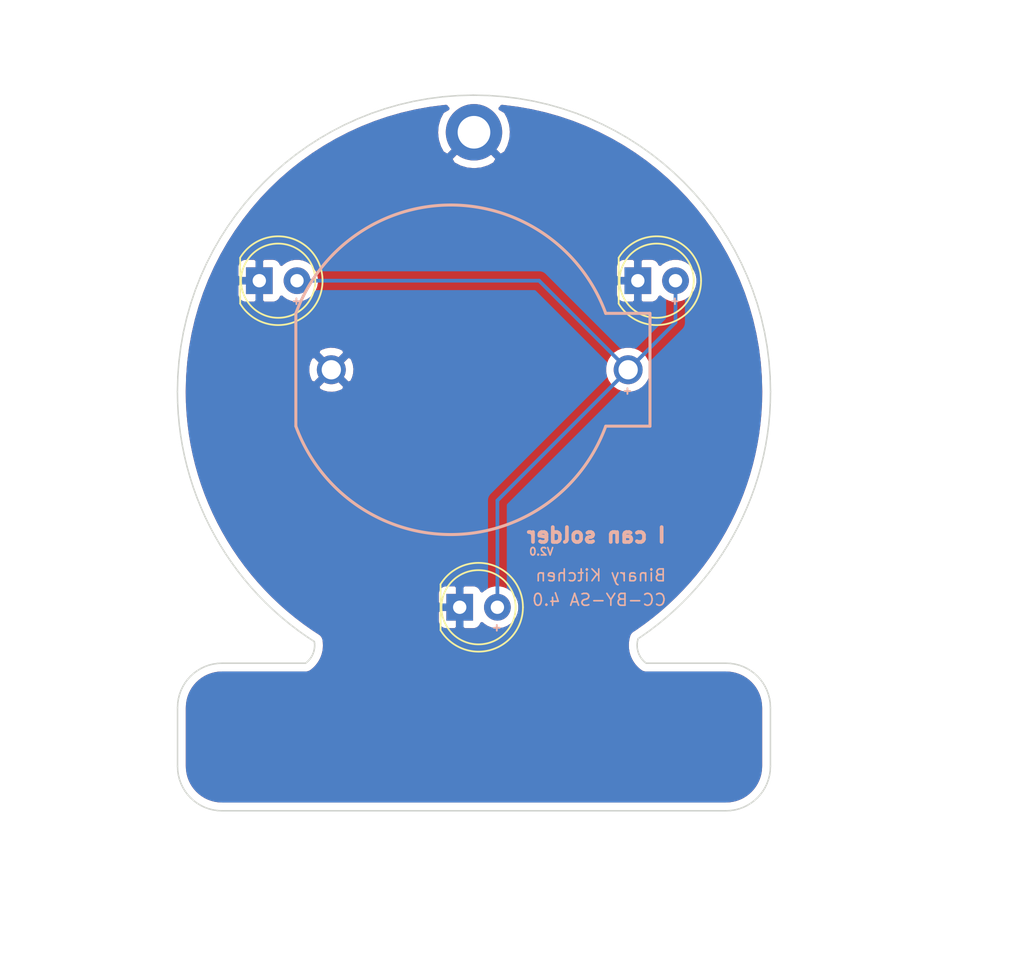
<source format=kicad_pcb>
(kicad_pcb (version 20171130) (host pcbnew 5.1.6)

  (general
    (thickness 1.6)
    (drawings 8)
    (tracks 6)
    (zones 0)
    (modules 6)
    (nets 3)
  )

  (page A4)
  (layers
    (0 F.Cu signal)
    (31 B.Cu signal)
    (32 B.Adhes user)
    (33 F.Adhes user)
    (34 B.Paste user)
    (35 F.Paste user)
    (36 B.SilkS user)
    (37 F.SilkS user)
    (38 B.Mask user)
    (39 F.Mask user)
    (40 Dwgs.User user)
    (41 Cmts.User user)
    (42 Eco1.User user)
    (43 Eco2.User user)
    (44 Edge.Cuts user)
    (45 Margin user)
    (46 B.CrtYd user)
    (47 F.CrtYd user)
    (48 B.Fab user)
    (49 F.Fab user)
  )

  (setup
    (last_trace_width 0.25)
    (trace_clearance 0.2)
    (zone_clearance 0.508)
    (zone_45_only no)
    (trace_min 0.2)
    (via_size 0.8)
    (via_drill 0.4)
    (via_min_size 0.4)
    (via_min_drill 0.3)
    (uvia_size 0.3)
    (uvia_drill 0.1)
    (uvias_allowed no)
    (uvia_min_size 0.2)
    (uvia_min_drill 0.1)
    (edge_width 0.05)
    (segment_width 0.2)
    (pcb_text_width 0.3)
    (pcb_text_size 1.5 1.5)
    (mod_edge_width 0.12)
    (mod_text_size 1 1)
    (mod_text_width 0.15)
    (pad_size 1.524 1.524)
    (pad_drill 0.762)
    (pad_to_mask_clearance 0.05)
    (aux_axis_origin 0 0)
    (visible_elements FFFFFF7F)
    (pcbplotparams
      (layerselection 0x010fc_ffffffff)
      (usegerberextensions false)
      (usegerberattributes true)
      (usegerberadvancedattributes true)
      (creategerberjobfile true)
      (excludeedgelayer true)
      (linewidth 0.100000)
      (plotframeref false)
      (viasonmask false)
      (mode 1)
      (useauxorigin false)
      (hpglpennumber 1)
      (hpglpenspeed 20)
      (hpglpendiameter 15.000000)
      (psnegative false)
      (psa4output false)
      (plotreference true)
      (plotvalue true)
      (plotinvisibletext false)
      (padsonsilk false)
      (subtractmaskfromsilk false)
      (outputformat 1)
      (mirror false)
      (drillshape 1)
      (scaleselection 1)
      (outputdirectory ""))
  )

  (net 0 "")
  (net 1 GND)
  (net 2 VCC)

  (net_class Default "This is the default net class."
    (clearance 0.2)
    (trace_width 0.25)
    (via_dia 0.8)
    (via_drill 0.4)
    (uvia_dia 0.3)
    (uvia_drill 0.1)
    (add_net GND)
    (add_net VCC)
  )

  (module MountingHole:MountingHole_2.2mm_M2_DIN965_Pad (layer F.Cu) (tedit 56D1B4CB) (tstamp 5F67FAC0)
    (at 180.962489 98)
    (descr "Mounting Hole 2.2mm, M2, DIN965")
    (tags "mounting hole 2.2mm m2 din965")
    (path /5F677973)
    (attr virtual)
    (fp_text reference H1 (at 0 -2.9) (layer F.SilkS) hide
      (effects (font (size 1 1) (thickness 0.15)))
    )
    (fp_text value MountingHole_Pad (at 0 2.9) (layer F.Fab)
      (effects (font (size 1 1) (thickness 0.15)))
    )
    (fp_circle (center 0 0) (end 2.15 0) (layer F.CrtYd) (width 0.05))
    (fp_circle (center 0 0) (end 1.9 0) (layer Cmts.User) (width 0.15))
    (fp_text user %R (at 0.3 0) (layer F.Fab)
      (effects (font (size 1 1) (thickness 0.15)))
    )
    (pad 1 thru_hole circle (at 0 0) (size 3.8 3.8) (drill 2.2) (layers *.Cu *.Mask)
      (net 1 GND))
  )

  (module Binary-Kitchen:binary_kitchen_logo_prepared (layer F.Cu) (tedit 0) (tstamp 5F67857B)
    (at 180.5 120.5)
    (attr virtual)
    (fp_text reference Ref** (at 0 0) (layer F.SilkS) hide
      (effects (font (size 1.27 1.27) (thickness 0.15)))
    )
    (fp_text value Val** (at 0 0) (layer F.SilkS) hide
      (effects (font (size 1.27 1.27) (thickness 0.15)))
    )
    (fp_line (start 0.399968 -25) (end 0.399968 -25) (layer Edge.Cuts) (width 0.1))
    (fp_line (start 0.399968 -25) (end 0.399968 -25) (layer Edge.Cuts) (width 0.1))
    (fp_line (start 0.462489 -25) (end 0.399968 -25) (layer Edge.Cuts) (width 0.1))
    (fp_line (start 1.490315 -24.974162) (end 0.462489 -25) (layer Edge.Cuts) (width 0.1))
    (fp_line (start 2.505255 -24.896647) (end 1.490315 -24.974162) (layer Edge.Cuts) (width 0.1))
    (fp_line (start 3.505114 -24.769523) (end 2.505255 -24.896647) (layer Edge.Cuts) (width 0.1))
    (fp_line (start 4.489098 -24.593823) (end 3.505114 -24.769523) (layer Edge.Cuts) (width 0.1))
    (fp_line (start 5.455355 -24.371099) (end 4.489098 -24.593823) (layer Edge.Cuts) (width 0.1))
    (fp_line (start 6.403092 -24.101865) (end 5.455355 -24.371099) (layer Edge.Cuts) (width 0.1))
    (fp_line (start 7.331778 -23.787673) (end 6.403092 -24.101865) (layer Edge.Cuts) (width 0.1))
    (fp_line (start 8.239298 -23.430073) (end 7.331778 -23.787673) (layer Edge.Cuts) (width 0.1))
    (fp_line (start 9.124063 -23.029579) (end 8.239298 -23.430073) (layer Edge.Cuts) (width 0.1))
    (fp_line (start 9.985546 -22.588781) (end 9.124063 -23.029579) (layer Edge.Cuts) (width 0.1))
    (fp_line (start 10.822157 -22.107684) (end 9.985546 -22.588781) (layer Edge.Cuts) (width 0.1))
    (fp_line (start 11.632839 -21.587805) (end 10.822157 -22.107684) (layer Edge.Cuts) (width 0.1))
    (fp_line (start 12.41574 -21.030726) (end 11.632839 -21.587805) (layer Edge.Cuts) (width 0.1))
    (fp_line (start 13.17086 -20.438007) (end 12.41574 -21.030726) (layer Edge.Cuts) (width 0.1))
    (fp_line (start 13.895818 -19.809622) (end 13.17086 -20.438007) (layer Edge.Cuts) (width 0.1))
    (fp_line (start 14.58929 -19.148165) (end 13.895818 -19.809622) (layer Edge.Cuts) (width 0.1))
    (fp_line (start 15.250747 -18.454666) (end 14.58929 -19.148165) (layer Edge.Cuts) (width 0.1))
    (fp_line (start 15.878603 -17.729656) (end 15.250747 -18.454666) (layer Edge.Cuts) (width 0.1))
    (fp_line (start 16.471798 -16.974668) (end 15.878603 -17.729656) (layer Edge.Cuts) (width 0.1))
    (fp_line (start 17.02901 -16.191767) (end 16.471798 -16.974668) (layer Edge.Cuts) (width 0.1))
    (fp_line (start 17.548651 -15.380953) (end 17.02901 -16.191767) (layer Edge.Cuts) (width 0.1))
    (fp_line (start 18.029927 -14.544315) (end 17.548651 -15.380953) (layer Edge.Cuts) (width 0.1))
    (fp_line (start 18.471251 -13.682886) (end 18.029927 -14.544315) (layer Edge.Cuts) (width 0.1))
    (fp_line (start 18.871036 -12.79767) (end 18.471251 -13.682886) (layer Edge.Cuts) (width 0.1))
    (fp_line (start 19.228753 -11.890733) (end 18.871036 -12.79767) (layer Edge.Cuts) (width 0.1))
    (fp_line (start 19.543077 -10.962628) (end 19.228753 -11.890733) (layer Edge.Cuts) (width 0.1))
    (fp_line (start 19.812158 -10.014363) (end 19.543077 -10.962628) (layer Edge.Cuts) (width 0.1))
    (fp_line (start 20.034937 -9.047497) (end 19.812158 -10.014363) (layer Edge.Cuts) (width 0.1))
    (fp_line (start 20.21062 -8.064095) (end 20.034937 -9.047497) (layer Edge.Cuts) (width 0.1))
    (fp_line (start 20.33762 -7.064157) (end 20.21062 -8.064095) (layer Edge.Cuts) (width 0.1))
    (fp_line (start 20.415143 -6.049772) (end 20.33762 -7.064157) (layer Edge.Cuts) (width 0.1))
    (fp_line (start 20.441072 -5.021391) (end 20.415143 -6.049772) (layer Edge.Cuts) (width 0.1))
    (fp_line (start 20.427578 -4.280876) (end 20.441072 -5.021391) (layer Edge.Cuts) (width 0.1))
    (fp_line (start 20.386832 -3.545017) (end 20.427578 -4.280876) (layer Edge.Cuts) (width 0.1))
    (fp_line (start 20.319099 -2.814821) (end 20.386832 -3.545017) (layer Edge.Cuts) (width 0.1))
    (fp_line (start 20.225701 -2.091346) (end 20.319099 -2.814821) (layer Edge.Cuts) (width 0.1))
    (fp_line (start 20.10611 -1.374087) (end 20.225701 -2.091346) (layer Edge.Cuts) (width 0.1))
    (fp_line (start 19.961118 -0.664053) (end 20.10611 -1.374087) (layer Edge.Cuts) (width 0.1))
    (fp_line (start 19.790991 0.037727) (end 19.961118 -0.664053) (layer Edge.Cuts) (width 0.1))
    (fp_line (start 19.596258 0.730697) (end 19.790991 0.037727) (layer Edge.Cuts) (width 0.1))
    (fp_line (start 19.376655 1.414882) (end 19.596258 0.730697) (layer Edge.Cuts) (width 0.1))
    (fp_line (start 19.133767 2.08986) (end 19.376655 1.414882) (layer Edge.Cuts) (width 0.1))
    (fp_line (start 18.866538 2.753698) (end 19.133767 2.08986) (layer Edge.Cuts) (width 0.1))
    (fp_line (start 18.576556 3.406954) (end 18.866538 2.753698) (layer Edge.Cuts) (width 0.1))
    (fp_line (start 18.264083 4.048832) (end 18.576556 3.406954) (layer Edge.Cuts) (width 0.1))
    (fp_line (start 17.928592 4.678275) (end 18.264083 4.048832) (layer Edge.Cuts) (width 0.1))
    (fp_line (start 17.571405 5.295283) (end 17.928592 4.678275) (layer Edge.Cuts) (width 0.1))
    (fp_line (start 17.192786 5.898796) (end 17.571405 5.295283) (layer Edge.Cuts) (width 0.1))
    (fp_line (start 16.792208 6.488552) (end 17.192786 5.898796) (layer Edge.Cuts) (width 0.1))
    (fp_line (start 16.371521 7.064285) (end 16.792208 6.488552) (layer Edge.Cuts) (width 0.1))
    (fp_line (start 15.930196 7.624407) (end 16.371521 7.064285) (layer Edge.Cuts) (width 0.1))
    (fp_line (start 15.468234 8.168919) (end 15.930196 7.624407) (layer Edge.Cuts) (width 0.1))
    (fp_line (start 14.987223 8.697026) (end 15.468234 8.168919) (layer Edge.Cuts) (width 0.1))
    (fp_line (start 14.486367 9.20873) (end 14.987223 8.697026) (layer Edge.Cuts) (width 0.1))
    (fp_line (start 13.96699 9.702706) (end 14.486367 9.20873) (layer Edge.Cuts) (width 0.1))
    (fp_line (start 13.429093 10.17922) (end 13.96699 9.702706) (layer Edge.Cuts) (width 0.1))
    (fp_line (start 12.872675 10.63642) (end 13.429093 10.17922) (layer Edge.Cuts) (width 0.1))
    (fp_line (start 12.299059 11.074834) (end 12.872675 10.63642) (layer Edge.Cuts) (width 0.1))
    (fp_line (start 11.707187 11.493404) (end 12.299059 11.074834) (layer Edge.Cuts) (width 0.1))
    (fp_line (start 11.518539 11.616964) (end 11.707187 11.493404) (layer Edge.Cuts) (width 0.1))
    (fp_line (start 11.490229 11.723591) (end 11.518539 11.616964) (layer Edge.Cuts) (width 0.1))
    (fp_line (start 11.469327 11.833129) (end 11.490229 11.723591) (layer Edge.Cuts) (width 0.1))
    (fp_line (start 11.456892 11.945576) (end 11.469327 11.833129) (layer Edge.Cuts) (width 0.1))
    (fp_line (start 11.452394 12.060141) (end 11.456892 11.945576) (layer Edge.Cuts) (width 0.1))
    (fp_line (start 11.455304 12.152745) (end 11.452394 12.060141) (layer Edge.Cuts) (width 0.1))
    (fp_line (start 11.463506 12.243761) (end 11.455304 12.152745) (layer Edge.Cuts) (width 0.1))
    (fp_line (start 11.477264 12.332926) (end 11.463506 12.243761) (layer Edge.Cuts) (width 0.1))
    (fp_line (start 11.495785 12.420503) (end 11.477264 12.332926) (layer Edge.Cuts) (width 0.1))
    (fp_line (start 11.519598 12.505699) (end 11.495785 12.420503) (layer Edge.Cuts) (width 0.1))
    (fp_line (start 11.548173 12.589042) (end 11.519598 12.505699) (layer Edge.Cuts) (width 0.1))
    (fp_line (start 11.58151 12.670005) (end 11.548173 12.589042) (layer Edge.Cuts) (width 0.1))
    (fp_line (start 11.619081 12.748321) (end 11.58151 12.670005) (layer Edge.Cuts) (width 0.1))
    (fp_line (start 11.661414 12.823992) (end 11.619081 12.748321) (layer Edge.Cuts) (width 0.1))
    (fp_line (start 11.707452 12.897017) (end 11.661414 12.823992) (layer Edge.Cuts) (width 0.1))
    (fp_line (start 11.757722 12.967131) (end 11.707452 12.897017) (layer Edge.Cuts) (width 0.1))
    (fp_line (start 11.811962 13.034071) (end 11.757722 12.967131) (layer Edge.Cuts) (width 0.1))
    (fp_line (start 11.869906 13.097835) (end 11.811962 13.034071) (layer Edge.Cuts) (width 0.1))
    (fp_line (start 11.931289 13.15816) (end 11.869906 13.097835) (layer Edge.Cuts) (width 0.1))
    (fp_line (start 11.995847 13.214781) (end 11.931289 13.15816) (layer Edge.Cuts) (width 0.1))
    (fp_line (start 12.063845 13.267962) (end 11.995847 13.214781) (layer Edge.Cuts) (width 0.1))
    (fp_line (start 17.434615 13.267962) (end 12.063845 13.267962) (layer Edge.Cuts) (width 0.1))
    (fp_line (start 17.742061 13.283308) (end 17.434615 13.267962) (layer Edge.Cuts) (width 0.1))
    (fp_line (start 18.040775 13.328816) (end 17.742061 13.283308) (layer Edge.Cuts) (width 0.1))
    (fp_line (start 18.328641 13.40237) (end 18.040775 13.328816) (layer Edge.Cuts) (width 0.1))
    (fp_line (start 18.604601 13.502912) (end 18.328641 13.40237) (layer Edge.Cuts) (width 0.1))
    (fp_line (start 18.867068 13.629118) (end 18.604601 13.502912) (layer Edge.Cuts) (width 0.1))
    (fp_line (start 19.114453 13.778872) (end 18.867068 13.629118) (layer Edge.Cuts) (width 0.1))
    (fp_line (start 19.345169 13.951645) (end 19.114453 13.778872) (layer Edge.Cuts) (width 0.1))
    (fp_line (start 19.557894 14.14479) (end 19.345169 13.951645) (layer Edge.Cuts) (width 0.1))
    (fp_line (start 19.751304 14.35778) (end 19.557894 14.14479) (layer Edge.Cuts) (width 0.1))
    (fp_line (start 19.923812 14.588231) (end 19.751304 14.35778) (layer Edge.Cuts) (width 0.1))
    (fp_line (start 20.073566 14.835881) (end 19.923812 14.588231) (layer Edge.Cuts) (width 0.1))
    (fp_line (start 20.199772 15.098347) (end 20.073566 14.835881) (layer Edge.Cuts) (width 0.1))
    (fp_line (start 20.300578 15.374307) (end 20.199772 15.098347) (layer Edge.Cuts) (width 0.1))
    (fp_line (start 20.373868 15.662174) (end 20.300578 15.374307) (layer Edge.Cuts) (width 0.1))
    (fp_line (start 20.419376 15.960623) (end 20.373868 15.662174) (layer Edge.Cuts) (width 0.1))
    (fp_line (start 20.434987 16.268333) (end 20.419376 15.960623) (layer Edge.Cuts) (width 0.1))
    (fp_line (start 20.434987 20.212737) (end 20.434987 16.268333) (layer Edge.Cuts) (width 0.1))
    (fp_line (start 20.419376 20.520182) (end 20.434987 20.212737) (layer Edge.Cuts) (width 0.1))
    (fp_line (start 20.373868 20.818896) (end 20.419376 20.520182) (layer Edge.Cuts) (width 0.1))
    (fp_line (start 20.300578 21.106763) (end 20.373868 20.818896) (layer Edge.Cuts) (width 0.1))
    (fp_line (start 20.199772 21.382723) (end 20.300578 21.106763) (layer Edge.Cuts) (width 0.1))
    (fp_line (start 20.073566 21.645189) (end 20.199772 21.382723) (layer Edge.Cuts) (width 0.1))
    (fp_line (start 19.923812 21.892574) (end 20.073566 21.645189) (layer Edge.Cuts) (width 0.1))
    (fp_line (start 19.751304 22.123291) (end 19.923812 21.892574) (layer Edge.Cuts) (width 0.1))
    (fp_line (start 19.557894 22.336015) (end 19.751304 22.123291) (layer Edge.Cuts) (width 0.1))
    (fp_line (start 19.345169 22.529426) (end 19.557894 22.336015) (layer Edge.Cuts) (width 0.1))
    (fp_line (start 19.114453 22.701934) (end 19.345169 22.529426) (layer Edge.Cuts) (width 0.1))
    (fp_line (start 18.867068 22.851688) (end 19.114453 22.701934) (layer Edge.Cuts) (width 0.1))
    (fp_line (start 18.604601 22.977894) (end 18.867068 22.851688) (layer Edge.Cuts) (width 0.1))
    (fp_line (start 18.328641 23.0787) (end 18.604601 22.977894) (layer Edge.Cuts) (width 0.1))
    (fp_line (start 18.040775 23.151989) (end 18.328641 23.0787) (layer Edge.Cuts) (width 0.1))
    (fp_line (start 17.742061 23.197498) (end 18.040775 23.151989) (layer Edge.Cuts) (width 0.1))
    (fp_line (start 17.434615 23.213108) (end 17.742061 23.197498) (layer Edge.Cuts) (width 0.1))
    (fp_line (start -16.509584 23.213108) (end 17.434615 23.213108) (layer Edge.Cuts) (width 0.1))
    (fp_line (start -16.817056 23.197498) (end -16.509584 23.213108) (layer Edge.Cuts) (width 0.1))
    (fp_line (start -17.115744 23.151989) (end -16.817056 23.197498) (layer Edge.Cuts) (width 0.1))
    (fp_line (start -17.403584 23.0787) (end -17.115744 23.151989) (layer Edge.Cuts) (width 0.1))
    (fp_line (start -17.679518 22.977894) (end -17.403584 23.0787) (layer Edge.Cuts) (width 0.1))
    (fp_line (start -17.942037 22.851688) (end -17.679518 22.977894) (layer Edge.Cuts) (width 0.1))
    (fp_line (start -18.189581 22.701934) (end -17.942037 22.851688) (layer Edge.Cuts) (width 0.1))
    (fp_line (start -18.420059 22.529426) (end -18.189581 22.701934) (layer Edge.Cuts) (width 0.1))
    (fp_line (start -18.632942 22.336015) (end -18.420059 22.529426) (layer Edge.Cuts) (width 0.1))
    (fp_line (start -18.82622 22.123291) (end -18.632942 22.336015) (layer Edge.Cuts) (width 0.1))
    (fp_line (start -18.998834 21.892574) (end -18.82622 22.123291) (layer Edge.Cuts) (width 0.1))
    (fp_line (start -19.148694 21.645189) (end -18.998834 21.892574) (layer Edge.Cuts) (width 0.1))
    (fp_line (start -19.274768 21.382723) (end -19.148694 21.645189) (layer Edge.Cuts) (width 0.1))
    (fp_line (start -19.375548 21.106763) (end -19.274768 21.382723) (layer Edge.Cuts) (width 0.1))
    (fp_line (start -19.448916 20.818896) (end -19.375548 21.106763) (layer Edge.Cuts) (width 0.1))
    (fp_line (start -19.494398 20.520182) (end -19.448916 20.818896) (layer Edge.Cuts) (width 0.1))
    (fp_line (start -19.509903 20.212737) (end -19.494398 20.520182) (layer Edge.Cuts) (width 0.1))
    (fp_line (start -19.509903 16.268333) (end -19.509903 20.212737) (layer Edge.Cuts) (width 0.1))
    (fp_line (start -19.494398 15.960623) (end -19.509903 16.268333) (layer Edge.Cuts) (width 0.1))
    (fp_line (start -19.448916 15.662174) (end -19.494398 15.960623) (layer Edge.Cuts) (width 0.1))
    (fp_line (start -19.375548 15.374307) (end -19.448916 15.662174) (layer Edge.Cuts) (width 0.1))
    (fp_line (start -19.274768 15.098347) (end -19.375548 15.374307) (layer Edge.Cuts) (width 0.1))
    (fp_line (start -19.148694 14.835881) (end -19.274768 15.098347) (layer Edge.Cuts) (width 0.1))
    (fp_line (start -18.998834 14.588231) (end -19.148694 14.835881) (layer Edge.Cuts) (width 0.1))
    (fp_line (start -18.82622 14.35778) (end -18.998834 14.588231) (layer Edge.Cuts) (width 0.1))
    (fp_line (start -18.632942 14.14479) (end -18.82622 14.35778) (layer Edge.Cuts) (width 0.1))
    (fp_line (start -18.420059 13.951645) (end -18.632942 14.14479) (layer Edge.Cuts) (width 0.1))
    (fp_line (start -18.189581 13.778872) (end -18.420059 13.951645) (layer Edge.Cuts) (width 0.1))
    (fp_line (start -17.942037 13.629118) (end -18.189581 13.778872) (layer Edge.Cuts) (width 0.1))
    (fp_line (start -17.679518 13.502912) (end -17.942037 13.629118) (layer Edge.Cuts) (width 0.1))
    (fp_line (start -17.403584 13.40237) (end -17.679518 13.502912) (layer Edge.Cuts) (width 0.1))
    (fp_line (start -17.115744 13.328816) (end -17.403584 13.40237) (layer Edge.Cuts) (width 0.1))
    (fp_line (start -16.817056 13.283308) (end -17.115744 13.328816) (layer Edge.Cuts) (width 0.1))
    (fp_line (start -16.509584 13.267962) (end -16.817056 13.283308) (layer Edge.Cuts) (width 0.1))
    (fp_line (start -10.88201 13.267962) (end -16.509584 13.267962) (layer Edge.Cuts) (width 0.1))
    (fp_line (start -10.814091 13.214781) (end -10.88201 13.267962) (layer Edge.Cuts) (width 0.1))
    (fp_line (start -10.749348 13.15816) (end -10.814091 13.214781) (layer Edge.Cuts) (width 0.1))
    (fp_line (start -10.687991 13.097835) (end -10.749348 13.15816) (layer Edge.Cuts) (width 0.1))
    (fp_line (start -10.630153 13.034071) (end -10.687991 13.097835) (layer Edge.Cuts) (width 0.1))
    (fp_line (start -10.57602 12.967131) (end -10.630153 13.034071) (layer Edge.Cuts) (width 0.1))
    (fp_line (start -10.525722 12.897017) (end -10.57602 12.967131) (layer Edge.Cuts) (width 0.1))
    (fp_line (start -10.479473 12.823992) (end -10.525722 12.897017) (layer Edge.Cuts) (width 0.1))
    (fp_line (start -10.437378 12.748321) (end -10.479473 12.823992) (layer Edge.Cuts) (width 0.1))
    (fp_line (start -10.399622 12.670005) (end -10.437378 12.748321) (layer Edge.Cuts) (width 0.1))
    (fp_line (start -10.366391 12.589042) (end -10.399622 12.670005) (layer Edge.Cuts) (width 0.1))
    (fp_line (start -10.337842 12.505699) (end -10.366391 12.589042) (layer Edge.Cuts) (width 0.1))
    (fp_line (start -10.314082 12.420503) (end -10.337842 12.505699) (layer Edge.Cuts) (width 0.1))
    (fp_line (start -10.29535 12.332926) (end -10.314082 12.420503) (layer Edge.Cuts) (width 0.1))
    (fp_line (start -10.28175 12.243761) (end -10.29535 12.332926) (layer Edge.Cuts) (width 0.1))
    (fp_line (start -10.273469 12.152745) (end -10.28175 12.243761) (layer Edge.Cuts) (width 0.1))
    (fp_line (start -10.270691 12.060141) (end -10.273469 12.152745) (layer Edge.Cuts) (width 0.1))
    (fp_line (start -10.276591 11.935522) (end -10.270691 12.060141) (layer Edge.Cuts) (width 0.1))
    (fp_line (start -10.292387 11.813814) (end -10.276591 11.935522) (layer Edge.Cuts) (width 0.1))
    (fp_line (start -10.782289 11.493404) (end -10.292387 11.813814) (layer Edge.Cuts) (width 0.1))
    (fp_line (start -11.373976 11.074834) (end -10.782289 11.493404) (layer Edge.Cuts) (width 0.1))
    (fp_line (start -11.947591 10.63642) (end -11.373976 11.074834) (layer Edge.Cuts) (width 0.1))
    (fp_line (start -12.504142 10.17922) (end -11.947591 10.63642) (layer Edge.Cuts) (width 0.1))
    (fp_line (start -13.042092 9.702706) (end -12.504142 10.17922) (layer Edge.Cuts) (width 0.1))
    (fp_line (start -13.561442 9.20873) (end -13.042092 9.702706) (layer Edge.Cuts) (width 0.1))
    (fp_line (start -14.062192 8.697026) (end -13.561442 9.20873) (layer Edge.Cuts) (width 0.1))
    (fp_line (start -14.543283 8.168919) (end -14.062192 8.697026) (layer Edge.Cuts) (width 0.1))
    (fp_line (start -15.004769 7.624407) (end -14.543283 8.168919) (layer Edge.Cuts) (width 0.1))
    (fp_line (start -15.446596 7.064285) (end -15.004769 7.624407) (layer Edge.Cuts) (width 0.1))
    (fp_line (start -15.86723 6.488552) (end -15.446596 7.064285) (layer Edge.Cuts) (width 0.1))
    (fp_line (start -16.267729 5.898796) (end -15.86723 6.488552) (layer Edge.Cuts) (width 0.1))
    (fp_line (start -16.646506 5.295283) (end -16.267729 5.898796) (layer Edge.Cuts) (width 0.1))
    (fp_line (start -17.003587 4.678275) (end -16.646506 5.295283) (layer Edge.Cuts) (width 0.1))
    (fp_line (start -17.338973 4.048832) (end -17.003587 4.678275) (layer Edge.Cuts) (width 0.1))
    (fp_line (start -17.651631 3.406954) (end -17.338973 4.048832) (layer Edge.Cuts) (width 0.1))
    (fp_line (start -17.941534 2.753698) (end -17.651631 3.406954) (layer Edge.Cuts) (width 0.1))
    (fp_line (start -18.208684 2.08986) (end -17.941534 2.753698) (layer Edge.Cuts) (width 0.1))
    (fp_line (start -18.451571 1.414882) (end -18.208684 2.08986) (layer Edge.Cuts) (width 0.1))
    (fp_line (start -18.671201 0.730697) (end -18.451571 1.414882) (layer Edge.Cuts) (width 0.1))
    (fp_line (start -18.866014 0.037727) (end -18.671201 0.730697) (layer Edge.Cuts) (width 0.1))
    (fp_line (start -19.036035 -0.664053) (end -18.866014 0.037727) (layer Edge.Cuts) (width 0.1))
    (fp_line (start -19.181238 -1.374087) (end -19.036035 -0.664053) (layer Edge.Cuts) (width 0.1))
    (fp_line (start -19.300618 -2.091346) (end -19.181238 -1.374087) (layer Edge.Cuts) (width 0.1))
    (fp_line (start -19.394148 -2.814821) (end -19.300618 -2.091346) (layer Edge.Cuts) (width 0.1))
    (fp_line (start -19.461854 -3.545017) (end -19.394148 -2.814821) (layer Edge.Cuts) (width 0.1))
    (fp_line (start -19.50268 -4.280876) (end -19.461854 -3.545017) (layer Edge.Cuts) (width 0.1))
    (fp_line (start -19.516094 -5.021391) (end -19.50268 -4.280876) (layer Edge.Cuts) (width 0.1))
    (fp_line (start -19.490271 -6.047179) (end -19.516094 -5.021391) (layer Edge.Cuts) (width 0.1))
    (fp_line (start -19.413277 -7.059526) (end -19.490271 -6.047179) (layer Edge.Cuts) (width 0.1))
    (fp_line (start -19.286648 -8.057375) (end -19.413277 -7.059526) (layer Edge.Cuts) (width 0.1))
    (fp_line (start -19.111996 -9.039242) (end -19.286648 -8.057375) (layer Edge.Cuts) (width 0.1))
    (fp_line (start -18.889773 -10.004044) (end -19.111996 -9.039242) (layer Edge.Cuts) (width 0.1))
    (fp_line (start -18.621592 -10.950219) (end -18.889773 -10.004044) (layer Edge.Cuts) (width 0.1))
    (fp_line (start -18.308934 -11.876789) (end -18.621592 -10.950219) (layer Edge.Cuts) (width 0.1))
    (fp_line (start -17.952382 -12.782668) (end -18.308934 -11.876789) (layer Edge.Cuts) (width 0.1))
    (fp_line (start -17.553946 -13.666349) (end -17.952382 -12.782668) (layer Edge.Cuts) (width 0.1))
    (fp_line (start -17.114183 -14.526747) (end -17.553946 -13.666349) (layer Edge.Cuts) (width 0.1))
    (fp_line (start -16.635156 -15.362353) (end -17.114183 -14.526747) (layer Edge.Cuts) (width 0.1))
    (fp_line (start -16.11734 -16.171606) (end -16.635156 -15.362353) (layer Edge.Cuts) (width 0.1))
    (fp_line (start -15.562351 -16.954507) (end -16.11734 -16.171606) (layer Edge.Cuts) (width 0.1))
    (fp_line (start -14.971696 -17.708463) (end -15.562351 -16.954507) (layer Edge.Cuts) (width 0.1))
    (fp_line (start -14.345878 -18.432971) (end -14.971696 -17.708463) (layer Edge.Cuts) (width 0.1))
    (fp_line (start -13.686484 -19.126469) (end -14.345878 -18.432971) (layer Edge.Cuts) (width 0.1))
    (fp_line (start -12.995076 -19.787397) (end -13.686484 -19.126469) (layer Edge.Cuts) (width 0.1))
    (fp_line (start -12.272632 -20.415782) (end -12.995076 -19.787397) (layer Edge.Cuts) (width 0.1))
    (fp_line (start -11.520211 -21.00903) (end -12.272632 -20.415782) (layer Edge.Cuts) (width 0.1))
    (fp_line (start -10.739902 -21.56611) (end -11.520211 -21.00903) (layer Edge.Cuts) (width 0.1))
    (fp_line (start -9.931681 -22.086491) (end -10.739902 -21.56611) (layer Edge.Cuts) (width 0.1))
    (fp_line (start -9.097636 -22.568628) (end -9.931681 -22.086491) (layer Edge.Cuts) (width 0.1))
    (fp_line (start -8.238773 -23.01046) (end -9.097636 -22.568628) (layer Edge.Cuts) (width 0.1))
    (fp_line (start -7.356653 -23.411986) (end -8.238773 -23.01046) (layer Edge.Cuts) (width 0.1))
    (fp_line (start -6.451806 -23.771136) (end -7.356653 -23.411986) (layer Edge.Cuts) (width 0.1))
    (fp_line (start -5.526268 -24.086879) (end -6.451806 -23.771136) (layer Edge.Cuts) (width 0.1))
    (fp_line (start -4.580595 -24.35818) (end -5.526268 -24.086879) (layer Edge.Cuts) (width 0.1))
    (fp_line (start -3.616825 -24.582972) (end -4.580595 -24.35818) (layer Edge.Cuts) (width 0.1))
    (fp_line (start -2.635513 -24.761255) (end -3.616825 -24.582972) (layer Edge.Cuts) (width 0.1))
    (fp_line (start -1.638141 -24.890963) (end -2.635513 -24.761255) (layer Edge.Cuts) (width 0.1))
    (fp_line (start -0.62582 -24.971061) (end -1.638141 -24.890963) (layer Edge.Cuts) (width 0.1))
    (fp_line (start 0.399968 -25) (end -0.62582 -24.971061) (layer Edge.Cuts) (width 0.1))
    (fp_poly (pts (xy -3.543323 -20.848241) (xy -3.137164 -20.807514) (xy -2.739743 -20.740571) (xy -2.54 -20.697402)
      (xy -1.831382 -20.499384) (xy -1.187265 -20.24658) (xy -0.607538 -19.938922) (xy -0.092092 -19.576342)
      (xy 0.359182 -19.158771) (xy 0.746395 -18.686139) (xy 0.797349 -18.612857) (xy 1.040741 -18.281997)
      (xy 1.26889 -18.029403) (xy 1.486963 -17.851172) (xy 1.700129 -17.743399) (xy 1.913554 -17.702181)
      (xy 2.001173 -17.703527) (xy 2.131785 -17.725661) (xy 2.182868 -17.763049) (xy 2.156769 -17.80939)
      (xy 2.055836 -17.858378) (xy 1.930428 -17.893523) (xy 1.766575 -17.940176) (xy 1.613931 -17.999084)
      (xy 1.540523 -18.03687) (xy 1.431041 -18.120735) (xy 1.317933 -18.233063) (xy 1.215091 -18.355999)
      (xy 1.136406 -18.471685) (xy 1.095771 -18.562267) (xy 1.099361 -18.603926) (xy 1.161758 -18.65142)
      (xy 1.283985 -18.723934) (xy 1.448302 -18.812557) (xy 1.636968 -18.908377) (xy 1.832243 -19.002484)
      (xy 2.016386 -19.085967) (xy 2.171657 -19.149915) (xy 2.223794 -19.168736) (xy 2.727687 -19.320513)
      (xy 3.214761 -19.42565) (xy 3.714212 -19.488776) (xy 4.255236 -19.514523) (xy 4.41088 -19.515667)
      (xy 5.131606 -19.482355) (xy 5.811377 -19.383236) (xy 6.446394 -19.219537) (xy 7.032858 -18.992481)
      (xy 7.566969 -18.703295) (xy 8.044928 -18.353205) (xy 8.063135 -18.337686) (xy 8.399214 -18.002575)
      (xy 8.655953 -17.645835) (xy 8.834159 -17.273128) (xy 8.93464 -16.890115) (xy 8.958204 -16.502455)
      (xy 8.905658 -16.11581) (xy 8.77781 -15.73584) (xy 8.575469 -15.368207) (xy 8.299441 -15.018571)
      (xy 7.950535 -14.692593) (xy 7.529558 -14.395935) (xy 7.497944 -14.376733) (xy 7.196604 -14.21297)
      (xy 6.868246 -14.06457) (xy 6.532434 -13.938224) (xy 6.208733 -13.840627) (xy 5.916706 -13.778469)
      (xy 5.690123 -13.758333) (xy 5.531004 -13.745518) (xy 5.433584 -13.709602) (xy 5.421503 -13.69825)
      (xy 5.401946 -13.635469) (xy 5.457643 -13.592794) (xy 5.581001 -13.572878) (xy 5.764427 -13.57837)
      (xy 5.764847 -13.578408) (xy 6.011334 -13.600759) (xy 6.011334 -12.149666) (xy 6.298247 -12.149666)
      (xy 6.521281 -12.133953) (xy 6.676993 -12.083233) (xy 6.77737 -11.992141) (xy 6.815119 -11.918273)
      (xy 6.818737 -11.860956) (xy 6.817472 -11.726294) (xy 6.811719 -11.521383) (xy 6.801871 -11.253318)
      (xy 6.78832 -10.929197) (xy 6.771462 -10.556116) (xy 6.751687 -10.141171) (xy 6.729391 -9.691458)
      (xy 6.704965 -9.214074) (xy 6.678804 -8.716115) (xy 6.651301 -8.204678) (xy 6.622848 -7.686858)
      (xy 6.59384 -7.169753) (xy 6.564668 -6.660458) (xy 6.535728 -6.16607) (xy 6.507411 -5.693686)
      (xy 6.480112 -5.250401) (xy 6.454222 -4.843312) (xy 6.430137 -4.479515) (xy 6.408248 -4.166106)
      (xy 6.388949 -3.910183) (xy 6.372634 -3.718841) (xy 6.359696 -3.599177) (xy 6.35191 -3.559568)
      (xy 6.314747 -3.503132) (xy 6.263584 -3.457166) (xy 6.188873 -3.419767) (xy 6.081066 -3.389031)
      (xy 5.930618 -3.363054) (xy 5.72798 -3.339933) (xy 5.463605 -3.317764) (xy 5.127945 -3.294644)
      (xy 4.974167 -3.284865) (xy 3.637683 -3.214502) (xy 2.25441 -3.167) (xy 0.853876 -3.142788)
      (xy -0.534393 -3.142296) (xy -1.880867 -3.165952) (xy -2.307166 -3.179001) (xy -2.686036 -3.193154)
      (xy -3.078684 -3.210104) (xy -3.475269 -3.229232) (xy -3.865949 -3.24992) (xy -4.240883 -3.27155)
      (xy -4.590228 -3.293502) (xy -4.904142 -3.31516) (xy -5.172784 -3.335904) (xy -5.386311 -3.355116)
      (xy -5.534881 -3.372178) (xy -5.608512 -3.386418) (xy -5.645538 -3.400029) (xy -5.67842 -3.414312)
      (xy -5.707697 -3.434239) (xy -5.73391 -3.464787) (xy -5.757598 -3.510927) (xy -5.779303 -3.577634)
      (xy -5.799563 -3.669882) (xy -5.818919 -3.792646) (xy -5.837912 -3.950898) (xy -5.85708 -4.149612)
      (xy -5.876965 -4.393764) (xy -5.898106 -4.688326) (xy -5.910544 -4.878085) (xy -2.511267 -4.878085)
      (xy -2.400558 -4.767376) (xy -2.349724 -4.720447) (xy -2.297123 -4.689084) (xy -2.225332 -4.670157)
      (xy -2.116931 -4.660535) (xy -1.954499 -4.657086) (xy -1.784614 -4.656666) (xy -1.562287 -4.658422)
      (xy -1.407532 -4.665209) (xy -1.303303 -4.679306) (xy -1.232549 -4.702992) (xy -1.17944 -4.737555)
      (xy -1.0795 -4.818444) (xy -1.050491 -7.387842) (xy -1.050074 -7.4295) (xy 0.281648 -7.4295)
      (xy 0.282686 -7.164623) (xy 0.287656 -6.963823) (xy 0.298805 -6.806528) (xy 0.318382 -6.672164)
      (xy 0.348635 -6.540159) (xy 0.391812 -6.389939) (xy 0.397177 -6.372305) (xy 0.467035 -6.165348)
      (xy 0.549421 -5.953666) (xy 0.629219 -5.775445) (xy 0.648135 -5.738437) (xy 0.840696 -5.43931)
      (xy 1.076795 -5.173973) (xy 1.340811 -4.956058) (xy 1.617123 -4.799195) (xy 1.796643 -4.736243)
      (xy 2.008024 -4.713447) (xy 2.254247 -4.73653) (xy 2.502038 -4.801088) (xy 2.607455 -4.843532)
      (xy 2.879745 -5.011396) (xy 3.134469 -5.25296) (xy 3.364337 -5.557886) (xy 3.562057 -5.915832)
      (xy 3.720338 -6.316459) (xy 3.774162 -6.498166) (xy 3.826898 -6.767076) (xy 3.860349 -7.090358)
      (xy 3.87421 -7.440735) (xy 3.868178 -7.790925) (xy 3.841948 -8.113649) (xy 3.795219 -8.381626)
      (xy 3.795127 -8.382) (xy 3.666005 -8.790781) (xy 3.491831 -9.167102) (xy 3.280467 -9.499582)
      (xy 3.039772 -9.776839) (xy 2.777607 -9.987493) (xy 2.629428 -10.069757) (xy 2.353533 -10.159314)
      (xy 2.057216 -10.187273) (xy 1.767786 -10.153503) (xy 1.545167 -10.074968) (xy 1.275036 -9.898832)
      (xy 1.018671 -9.651396) (xy 0.78556 -9.345918) (xy 0.585193 -8.995658) (xy 0.427059 -8.613874)
      (xy 0.372521 -8.436471) (xy 0.335778 -8.287473) (xy 0.310164 -8.139684) (xy 0.293847 -7.97281)
      (xy 0.284997 -7.766555) (xy 0.281782 -7.500625) (xy 0.281648 -7.4295) (xy -1.050074 -7.4295)
      (xy -1.045254 -7.909941) (xy -1.041769 -8.388546) (xy -1.040015 -8.818159) (xy -1.039973 -9.193283)
      (xy -1.041623 -9.50842) (xy -1.044943 -9.758075) (xy -1.049914 -9.93675) (xy -1.056515 -10.038948)
      (xy -1.060315 -10.059379) (xy -1.104821 -10.133296) (xy -1.181408 -10.185571) (xy -1.302546 -10.219401)
      (xy -1.480703 -10.237985) (xy -1.728351 -10.244522) (xy -1.78268 -10.244666) (xy -1.988721 -10.243457)
      (xy -2.128447 -10.237593) (xy -2.220202 -10.223724) (xy -2.282326 -10.198499) (xy -2.333164 -10.158567)
      (xy -2.351424 -10.140757) (xy -2.38575 -10.104626) (xy -2.411539 -10.066361) (xy -2.430011 -10.014147)
      (xy -2.442389 -9.936168) (xy -2.449894 -9.820608) (xy -2.453748 -9.655652) (xy -2.455173 -9.429484)
      (xy -2.455391 -9.135341) (xy -2.456174 -8.879125) (xy -2.458373 -8.555001) (xy -2.461808 -8.179711)
      (xy -2.466296 -7.769999) (xy -2.471657 -7.342607) (xy -2.477707 -6.914278) (xy -2.483358 -6.555959)
      (xy -2.511267 -4.878085) (xy -5.910544 -4.878085) (xy -5.921044 -5.038273) (xy -5.946318 -5.448578)
      (xy -5.974469 -5.924216) (xy -6.006036 -6.47016) (xy -6.04156 -7.091385) (xy -6.075598 -7.688084)
      (xy -6.108655 -8.267935) (xy -6.140306 -8.824619) (xy -6.17022 -9.352213) (xy -6.198065 -9.844798)
      (xy -6.223509 -10.296452) (xy -6.24622 -10.701253) (xy -6.265867 -11.053282) (xy -6.282117 -11.346616)
      (xy -6.294639 -11.575335) (xy -6.3031 -11.733517) (xy -6.307168 -11.815242) (xy -6.307494 -11.82484)
      (xy -6.279174 -11.902453) (xy -6.208518 -11.999779) (xy -6.183923 -12.025923) (xy -6.11615 -12.087793)
      (xy -6.049742 -12.124676) (xy -5.960555 -12.142986) (xy -5.824446 -12.149139) (xy -5.718256 -12.149666)
      (xy -5.376333 -12.149666) (xy -5.376333 -13.256967) (xy -4.92125 -13.243067) (xy -4.720413 -13.237847)
      (xy -4.589352 -13.238425) (xy -4.513251 -13.247106) (xy -4.47729 -13.266194) (xy -4.466652 -13.297992)
      (xy -4.466166 -13.313833) (xy -4.472889 -13.351992) (xy -4.502923 -13.378389) (xy -4.571072 -13.396744)
      (xy -4.692136 -13.410776) (xy -4.880919 -13.424203) (xy -4.913538 -13.426243) (xy -5.564096 -13.497168)
      (xy -6.19087 -13.625504) (xy -6.786993 -13.807406) (xy -7.345602 -14.039031) (xy -7.859833 -14.316535)
      (xy -8.32282 -14.636074) (xy -8.7277 -14.993805) (xy -9.067608 -15.385884) (xy -9.335679 -15.808466)
      (xy -9.400085 -15.9385) (xy -9.528104 -16.241573) (xy -9.610396 -16.513242) (xy -9.654462 -16.787946)
      (xy -9.667802 -17.100123) (xy -9.667486 -17.166166) (xy -9.626665 -17.625085) (xy -9.512272 -18.056924)
      (xy -9.321322 -18.468554) (xy -9.050832 -18.866845) (xy -8.807496 -19.146745) (xy -8.497431 -19.44992)
      (xy -8.180709 -19.707046) (xy -7.83019 -19.938308) (xy -7.487109 -20.128735) (xy -6.90781 -20.394862)
      (xy -6.310316 -20.598165) (xy -5.681343 -20.741872) (xy -5.007607 -20.82921) (xy -4.479873 -20.859226)
      (xy -3.982725 -20.864797) (xy -3.543323 -20.848241)) (layer F.Mask) (width 0.01))
    (fp_poly (pts (xy -13.935609 -5.174255) (xy -13.8924 -5.17123) (xy -13.842875 -5.164269) (xy -13.783461 -5.151967)
      (xy -13.710581 -5.132923) (xy -13.620662 -5.105731) (xy -13.510127 -5.068988) (xy -13.375403 -5.021291)
      (xy -13.212913 -4.961236) (xy -13.019083 -4.887419) (xy -12.790338 -4.798437) (xy -12.523103 -4.692886)
      (xy -12.213803 -4.569363) (xy -11.858863 -4.426463) (xy -11.454707 -4.262784) (xy -10.997761 -4.076921)
      (xy -10.48445 -3.867471) (xy -9.911198 -3.633031) (xy -9.274431 -3.372196) (xy -8.570574 -3.083563)
      (xy -7.796052 -2.765729) (xy -6.947289 -2.41729) (xy -6.825266 -2.36719) (xy -5.755366 -1.927907)
      (xy -5.713217 -1.771377) (xy -5.63582 -1.611646) (xy -5.510422 -1.484007) (xy -5.360688 -1.408804)
      (xy -5.277835 -1.397158) (xy -5.149173 -1.420024) (xy -5.015629 -1.475526) (xy -5.004397 -1.482126)
      (xy -4.906251 -1.534794) (xy -4.834863 -1.541747) (xy -4.747903 -1.506211) (xy -4.740213 -1.502254)
      (xy -4.591033 -1.391179) (xy -4.505808 -1.242192) (xy -4.483997 -1.050332) (xy -4.525061 -0.810638)
      (xy -4.628461 -0.518149) (xy -4.632192 -0.509285) (xy -4.698849 -0.346773) (xy -4.750319 -0.212275)
      (xy -4.77912 -0.125779) (xy -4.782695 -0.107118) (xy -4.744427 -0.083474) (xy -4.634695 -0.031168)
      (xy -4.460552 0.046786) (xy -4.229049 0.14737) (xy -3.94724 0.267569) (xy -3.622178 0.404366)
      (xy -3.260915 0.554746) (xy -2.870503 0.715691) (xy -2.598756 0.826864) (xy -2.19313 0.993058)
      (xy -1.812159 1.150608) (xy -1.462869 1.296509) (xy -1.152285 1.427756) (xy -0.887434 1.541344)
      (xy -0.67534 1.634269) (xy -0.523029 1.703526) (xy -0.437527 1.746111) (xy -0.42111 1.758197)
      (xy -0.459953 1.790044) (xy -0.560285 1.845032) (xy -0.704721 1.915525) (xy -0.875874 1.993889)
      (xy -1.056358 2.072489) (xy -1.228786 2.14369) (xy -1.375774 2.199857) (xy -1.479935 2.233357)
      (xy -1.516778 2.23934) (xy -1.57015 2.222679) (xy -1.693044 2.176913) (xy -1.87682 2.105482)
      (xy -2.112838 2.011824) (xy -2.392457 1.89938) (xy -2.707039 1.77159) (xy -3.047943 1.631892)
      (xy -3.196166 1.570795) (xy -3.550751 1.424443) (xy -3.886882 1.285811) (xy -4.195157 1.158772)
      (xy -4.466173 1.047195) (xy -4.690526 0.95495) (xy -4.858815 0.885909) (xy -4.961634 0.843942)
      (xy -4.980782 0.836219) (xy -5.15673 0.765861) (xy -5.319448 1.17073) (xy -5.444848 1.448701)
      (xy -5.569439 1.648426) (xy -5.700557 1.775929) (xy -5.84554 1.837239) (xy -6.011722 1.838381)
      (xy -6.107042 1.817727) (xy -6.218009 1.769455) (xy -6.270555 1.690787) (xy -6.278554 1.658979)
      (xy -6.324996 1.548084) (xy -6.406183 1.437246) (xy -6.413821 1.429391) (xy -6.573969 1.316086)
      (xy -6.745878 1.286481) (xy -6.932746 1.340043) (xy -6.937299 1.342276) (xy -7.098297 1.421931)
      (xy -11.093437 -0.212527) (xy -11.747383 -0.480208) (xy -12.327485 -0.718037) (xy -12.838349 -0.928005)
      (xy -13.284582 -1.112103) (xy -13.67079 -1.272322) (xy -14.001581 -1.410652) (xy -14.28156 -1.529086)
      (xy -14.515334 -1.629612) (xy -14.707509 -1.714224) (xy -14.862692 -1.784911) (xy -14.985489 -1.843664)
      (xy -15.080507 -1.892475) (xy -15.152353 -1.933334) (xy -15.205632 -1.968231) (xy -15.244952 -1.999159)
      (xy -15.260631 -2.013576) (xy -15.442655 -2.23267) (xy -15.555517 -2.465366) (xy -15.58006 -2.614826)
      (xy -14.347607 -2.614826) (xy -14.324585 -2.549789) (xy -14.280276 -2.524486) (xy -14.164104 -2.470043)
      (xy -13.982651 -2.389183) (xy -13.742494 -2.284631) (xy -13.450215 -2.159111) (xy -13.112392 -2.015347)
      (xy -12.735606 -1.856063) (xy -12.326435 -1.683985) (xy -11.89146 -1.501836) (xy -11.437259 -1.312341)
      (xy -10.970414 -1.118223) (xy -10.497502 -0.922208) (xy -10.025104 -0.727019) (xy -9.559799 -0.535381)
      (xy -9.108167 -0.350018) (xy -8.676788 -0.173655) (xy -8.272241 -0.009015) (xy -7.901106 0.141176)
      (xy -7.569962 0.274195) (xy -7.285389 0.387317) (xy -7.053966 0.477819) (xy -6.882274 0.542975)
      (xy -6.776891 0.580061) (xy -6.746767 0.587843) (xy -6.652124 0.567249) (xy -6.609901 0.536277)
      (xy -6.586683 0.467032) (xy -6.615301 0.41401) (xy -6.661166 0.388919) (xy -6.780027 0.334239)
      (xy -6.966441 0.252258) (xy -7.214969 0.145266) (xy -7.520167 0.015551) (xy -7.876596 -0.134598)
      (xy -8.278815 -0.302892) (xy -8.721381 -0.487043) (xy -9.198853 -0.684761) (xy -9.705792 -0.893759)
      (xy -10.236754 -1.111747) (xy -10.455352 -1.201236) (xy -11.089725 -1.460569) (xy -11.650385 -1.689385)
      (xy -12.141895 -1.889443) (xy -12.568815 -2.062502) (xy -12.935705 -2.21032) (xy -13.247128 -2.334659)
      (xy -13.507644 -2.437276) (xy -13.721814 -2.51993) (xy -13.894199 -2.584382) (xy -14.02936 -2.632391)
      (xy -14.131859 -2.665714) (xy -14.206255 -2.686113) (xy -14.257111 -2.695346) (xy -14.288987 -2.695171)
      (xy -14.306444 -2.68735) (xy -14.306968 -2.686841) (xy -14.347607 -2.614826) (xy -15.58006 -2.614826)
      (xy -15.592104 -2.688166) (xy -15.575719 -2.773601) (xy -15.530544 -2.922869) (xy -15.462002 -3.122355)
      (xy -15.375516 -3.358447) (xy -15.276509 -3.617531) (xy -15.204662 -3.799316) (xy -14.624331 -3.799316)
      (xy -14.572598 -3.736296) (xy -14.486754 -3.740194) (xy -14.360115 -3.811914) (xy -14.321703 -3.840238)
      (xy -14.274335 -3.876655) (xy -14.229896 -3.907949) (xy -14.183629 -3.932546) (xy -14.130778 -3.948875)
      (xy -14.066588 -3.955363) (xy -13.986303 -3.950439) (xy -13.885168 -3.932529) (xy -13.758425 -3.900062)
      (xy -13.60132 -3.851464) (xy -13.409096 -3.785165) (xy -13.176999 -3.699591) (xy -12.900271 -3.593171)
      (xy -12.574157 -3.464331) (xy -12.193902 -3.3115) (xy -11.754749 -3.133105) (xy -11.251942 -2.927574)
      (xy -10.680727 -2.693335) (xy -10.036346 -2.428816) (xy -9.9695 -2.401376) (xy -9.431447 -2.180857)
      (xy -8.914499 -1.969646) (xy -8.424168 -1.769958) (xy -7.965968 -1.58401) (xy -7.545411 -1.414016)
      (xy -7.16801 -1.262192) (xy -6.839278 -1.130753) (xy -6.564726 -1.021915) (xy -6.349869 -0.937894)
      (xy -6.200218 -0.880904) (xy -6.121287 -0.853162) (xy -6.111112 -0.850754) (xy -6.026715 -0.876644)
      (xy -5.99314 -0.917682) (xy -5.984156 -0.936397) (xy -5.975414 -0.952966) (xy -5.970796 -0.96909)
      (xy -5.974186 -0.986471) (xy -5.989466 -1.006811) (xy -6.020518 -1.031809) (xy -6.071227 -1.063169)
      (xy -6.145473 -1.102592) (xy -6.247141 -1.151778) (xy -6.380113 -1.21243) (xy -6.548271 -1.286248)
      (xy -6.755499 -1.374934) (xy -7.005678 -1.480189) (xy -7.302693 -1.603715) (xy -7.650425 -1.747214)
      (xy -8.052758 -1.912386) (xy -8.513574 -2.100933) (xy -9.036755 -2.314556) (xy -9.626185 -2.554957)
      (xy -10.285747 -2.823837) (xy -11.019323 -3.122898) (xy -11.110551 -3.160096) (xy -11.554232 -3.340299)
      (xy -11.97852 -3.511262) (xy -12.376307 -3.670206) (xy -12.740485 -3.814357) (xy -13.063945 -3.940937)
      (xy -13.339581 -4.047171) (xy -13.560282 -4.130282) (xy -13.718943 -4.187492) (xy -13.808454 -4.216027)
      (xy -13.820322 -4.218523) (xy -13.976201 -4.22192) (xy -14.143317 -4.20042) (xy -14.174923 -4.192816)
      (xy -14.320042 -4.13498) (xy -14.454777 -4.049676) (xy -14.561179 -3.952622) (xy -14.621296 -3.859534)
      (xy -14.624331 -3.799316) (xy -15.204662 -3.799316) (xy -15.170404 -3.885992) (xy -15.062625 -4.150218)
      (xy -14.958593 -4.396595) (xy -14.863733 -4.611509) (xy -14.783467 -4.781346) (xy -14.723218 -4.892493)
      (xy -14.702357 -4.921734) (xy -14.548327 -5.039894) (xy -14.334982 -5.12508) (xy -14.083739 -5.16983)
      (xy -13.976079 -5.174748) (xy -13.935609 -5.174255)) (layer F.Mask) (width 0.01))
    (fp_poly (pts (xy 7.12143 4.804697) (xy 10.280627 6.096929) (xy 10.696564 6.11118) (xy 10.970217 6.131634)
      (xy 11.247452 6.171102) (xy 11.451167 6.214912) (xy 11.609265 6.261586) (xy 11.800988 6.325538)
      (xy 12.008725 6.399998) (xy 12.214866 6.478199) (xy 12.401802 6.553371) (xy 12.55192 6.618745)
      (xy 12.647612 6.667553) (xy 12.668902 6.682969) (xy 12.665113 6.731524) (xy 12.632665 6.842266)
      (xy 12.577566 7.000438) (xy 12.505828 7.191287) (xy 12.423459 7.400059) (xy 12.336471 7.611998)
      (xy 12.250873 7.81235) (xy 12.172675 7.986361) (xy 12.107887 8.119275) (xy 12.062519 8.19634)
      (xy 12.047044 8.209628) (xy 11.991382 8.192658) (xy 11.876119 8.149094) (xy 11.719351 8.085983)
      (xy 11.578167 8.026987) (xy 11.168592 7.844084) (xy 10.831396 7.672302) (xy 10.556126 7.505235)
      (xy 10.332328 7.336478) (xy 10.149548 7.159625) (xy 10.133743 7.14195) (xy 10.101877 7.107321)
      (xy 10.066436 7.074011) (xy 10.02209 7.039643) (xy 9.963505 7.00184) (xy 9.88535 6.958227)
      (xy 9.782293 6.906426) (xy 9.649001 6.84406) (xy 9.480143 6.768754) (xy 9.270386 6.67813)
      (xy 9.014398 6.569812) (xy 8.706848 6.441423) (xy 8.342403 6.290587) (xy 7.915731 6.114927)
      (xy 7.4215 5.912066) (xy 6.854378 5.679628) (xy 6.836834 5.67244) (xy 6.334779 5.466791)
      (xy 5.845515 5.266474) (xy 5.376156 5.074396) (xy 4.933817 4.893464) (xy 4.525611 4.726586)
      (xy 4.158652 4.576669) (xy 3.840055 4.44662) (xy 3.576934 4.339347) (xy 3.376403 4.257755)
      (xy 3.245576 4.204754) (xy 3.227344 4.197415) (xy 3.047422 4.12196) (xy 2.903987 4.055665)
      (xy 2.810934 4.005412) (xy 2.782156 3.978083) (xy 2.782844 3.977261) (xy 2.832138 3.952703)
      (xy 2.945711 3.904616) (xy 3.108536 3.839119) (xy 3.305585 3.76233) (xy 3.388699 3.730555)
      (xy 3.962232 3.512465) (xy 7.12143 4.804697)) (layer F.Mask) (width 0.01))
    (fp_poly (pts (xy 18.493681 -4.896988) (xy 18.520834 -4.892293) (xy 18.623445 -4.861619) (xy 18.664411 -4.809244)
      (xy 18.669 -4.76383) (xy 18.63022 -4.635489) (xy 18.522275 -4.499083) (xy 18.357754 -4.368555)
      (xy 18.259752 -4.310672) (xy 18.161544 -4.262201) (xy 17.999724 -4.186924) (xy 17.788554 -4.09127)
      (xy 17.542292 -3.981668) (xy 17.275198 -3.864548) (xy 17.145 -3.808075) (xy 16.885675 -3.695386)
      (xy 16.652082 -3.5927) (xy 16.455558 -3.505095) (xy 16.30744 -3.437651) (xy 16.219063 -3.395449)
      (xy 16.199481 -3.384401) (xy 16.193165 -3.330585) (xy 16.224133 -3.238612) (xy 16.231231 -3.2243)
      (xy 16.287044 -3.053114) (xy 16.294457 -2.873441) (xy 16.271884 -2.774332) (xy 16.22064 -2.716672)
      (xy 16.119231 -2.645974) (xy 16.049634 -2.607799) (xy 15.984374 -2.577646) (xy 15.846915 -2.516048)
      (xy 15.642673 -2.425382) (xy 15.377063 -2.30803) (xy 15.055503 -2.16637) (xy 14.683409 -2.002783)
      (xy 14.266197 -1.819647) (xy 13.809284 -1.619343) (xy 13.318085 -1.404251) (xy 12.798018 -1.176749)
      (xy 12.254498 -0.939217) (xy 11.800417 -0.740942) (xy 11.246537 -0.498867) (xy 10.715001 -0.265939)
      (xy 10.210894 -0.044421) (xy 9.739303 0.163423) (xy 9.305317 0.355331) (xy 8.914021 0.52904)
      (xy 8.570504 0.682287) (xy 8.279852 0.81281) (xy 8.047152 0.918345) (xy 7.877492 0.99663)
      (xy 7.775958 1.045402) (xy 7.747 1.062075) (xy 7.763252 1.109803) (xy 7.808454 1.222212)
      (xy 7.877273 1.386569) (xy 7.964378 1.590139) (xy 8.064437 1.820189) (xy 8.0645 1.820334)
      (xy 8.16561 2.057225) (xy 8.253421 2.274749) (xy 8.322422 2.458281) (xy 8.367102 2.593196)
      (xy 8.382 2.662851) (xy 8.370924 2.745188) (xy 8.329614 2.81573) (xy 8.245951 2.884109)
      (xy 8.107816 2.959957) (xy 7.903087 3.052907) (xy 7.87713 3.064096) (xy 7.651433 3.155915)
      (xy 7.485448 3.205309) (xy 7.363873 3.209106) (xy 7.271402 3.164135) (xy 7.192731 3.067223)
      (xy 7.112557 2.915201) (xy 7.107537 2.904624) (xy 6.985701 2.647001) (xy 6.466767 2.574127)
      (xy 6.254689 2.545567) (xy 6.062779 2.521945) (xy 5.912367 2.505744) (xy 5.825703 2.49946)
      (xy 5.74434 2.515134) (xy 5.588396 2.562528) (xy 5.361236 2.640311) (xy 5.066227 2.747151)
      (xy 4.706735 2.881717) (xy 4.286127 3.042676) (xy 3.80777 3.228697) (xy 3.275029 3.438448)
      (xy 2.691271 3.670597) (xy 2.059863 3.923813) (xy 1.384171 4.196764) (xy 0.667561 4.488118)
      (xy -0.086599 4.796544) (xy -0.874943 5.120709) (xy -1.694106 5.459282) (xy -2.453997 5.774832)
      (xy -2.938957 5.976353) (xy -3.352328 6.14701) (xy -3.700562 6.288777) (xy -3.990109 6.403628)
      (xy -4.22742 6.493536) (xy -4.418946 6.560475) (xy -4.571138 6.606418) (xy -4.690447 6.633339)
      (xy -4.783323 6.643212) (xy -4.856219 6.63801) (xy -4.915584 6.619707) (xy -4.967869 6.590277)
      (xy -5.012194 6.557491) (xy -5.097673 6.466978) (xy -5.188261 6.336517) (xy -5.228938 6.26381)
      (xy -5.332737 6.058973) (xy -5.809019 6.283582) (xy -6.285301 6.50819) (xy -6.379779 6.752104)
      (xy -6.504262 7.013748) (xy -6.667575 7.244747) (xy -6.880157 7.454904) (xy -7.152448 7.654023)
      (xy -7.494888 7.851905) (xy -7.618453 7.915299) (xy -7.902946 8.055864) (xy -8.214086 8.20629)
      (xy -8.542426 8.362304) (xy -8.878521 8.519635) (xy -9.212925 8.674012) (xy -9.536189 8.821163)
      (xy -9.838869 8.956818) (xy -10.111518 9.076704) (xy -10.344689 9.176551) (xy -10.528937 9.252088)
      (xy -10.654814 9.299042) (xy -10.710343 9.313334) (xy -10.752169 9.27815) (xy -10.802027 9.191537)
      (xy -10.810557 9.172063) (xy -10.873034 9.017696) (xy -10.899307 8.921285) (xy -10.885875 8.86269)
      (xy -10.829234 8.82177) (xy -10.74332 8.785369) (xy -10.544532 8.702779) (xy -10.284351 8.590054)
      (xy -9.977602 8.453931) (xy -9.63911 8.301145) (xy -9.283698 8.138431) (xy -8.926192 7.972527)
      (xy -8.581414 7.810167) (xy -8.292081 7.671591) (xy -7.991009 7.524245) (xy -7.755175 7.404176)
      (xy -7.572444 7.304292) (xy -7.430676 7.217501) (xy -7.317736 7.136709) (xy -7.221485 7.054825)
      (xy -7.196666 7.031496) (xy -7.09851 6.931715) (xy -7.042943 6.863071) (xy -7.038655 6.836859)
      (xy -7.0485 6.838898) (xy -7.488375 6.988109) (xy -7.862996 7.09584) (xy -8.180645 7.162571)
      (xy -8.449605 7.188783) (xy -8.678158 7.174955) (xy -8.874588 7.121568) (xy -9.047177 7.029102)
      (xy -9.137022 6.959985) (xy -9.315485 6.75788) (xy -9.435942 6.517227) (xy -9.49464 6.256984)
      (xy -9.493271 6.204536) (xy -8.987232 6.204536) (xy -8.975038 6.264037) (xy -8.902702 6.448856)
      (xy -8.802394 6.579535) (xy -8.666402 6.657674) (xy -8.487015 6.684871) (xy -8.25652 6.662728)
      (xy -7.967205 6.592842) (xy -7.738037 6.520584) (xy -7.399383 6.403151) (xy -7.136269 6.304282)
      (xy -6.950371 6.224683) (xy -6.843366 6.165063) (xy -6.815666 6.131434) (xy -6.839314 6.050187)
      (xy -6.898712 5.932583) (xy -6.976548 5.808242) (xy -7.055507 5.706781) (xy -7.07613 5.685878)
      (xy -7.252911 5.563185) (xy -7.472571 5.470079) (xy -7.694421 5.422562) (xy -7.753124 5.419597)
      (xy -7.978243 5.443378) (xy -8.234045 5.50916) (xy -8.485311 5.605791) (xy -8.686439 5.715145)
      (xy -8.866127 5.867484) (xy -8.967262 6.032268) (xy -8.987232 6.204536) (xy -9.493271 6.204536)
      (xy -9.487827 5.996108) (xy -9.411749 5.753556) (xy -9.385499 5.704801) (xy -9.254487 5.519184)
      (xy -9.09112 5.365729) (xy -8.875882 5.228378) (xy -8.6995 5.140401) (xy -8.293311 4.989885)
      (xy -7.903834 4.922111) (xy -7.531384 4.937096) (xy -7.176277 5.034854) (xy -7.114444 5.061144)
      (xy -6.868305 5.207753) (xy -6.649918 5.405944) (xy -6.481062 5.633551) (xy -6.412284 5.775791)
      (xy -6.341475 5.961204) (xy -5.975321 5.793147) (xy -5.812911 5.716819) (xy -5.679657 5.650868)
      (xy -5.594503 5.604834) (xy -5.57519 5.591619) (xy -5.573357 5.538515) (xy -5.602273 5.433259)
      (xy -5.649274 5.313807) (xy -5.738292 5.052324) (xy -5.754911 4.832813) (xy -5.699109 4.653313)
      (xy -5.640916 4.574541) (xy -5.59395 4.541343) (xy -5.490205 4.482411) (xy -5.328401 4.397134)
      (xy -5.10726 4.284902) (xy -4.825503 4.145103) (xy -4.481851 3.977128) (xy -4.075024 3.780366)
      (xy -3.603743 3.554207) (xy -3.06673 3.298039) (xy -2.462705 3.011252) (xy -1.79039 2.693237)
      (xy -1.048504 2.343381) (xy -0.23577 1.961075) (xy 0.649093 1.545708) (xy 1.607362 1.09667)
      (xy 2.640318 0.613349) (xy 3.471334 0.22495) (xy 4.550834 -0.279367) (xy 4.902501 -0.784321)
      (xy 5.026311 -0.968145) (xy 5.12831 -1.131228) (xy 5.200279 -1.259498) (xy 5.234006 -1.338887)
      (xy 5.234973 -1.35372) (xy 5.209125 -1.42959) (xy 5.165108 -1.549648) (xy 5.13925 -1.617922)
      (xy 5.092041 -1.763885) (xy 5.083449 -1.877423) (xy 5.122017 -1.970596) (xy 5.216285 -2.05546)
      (xy 5.374797 -2.144073) (xy 5.577098 -2.235979) (xy 5.767299 -2.317609) (xy 5.916004 -2.372464)
      (xy 6.033201 -2.393961) (xy 6.128876 -2.375513) (xy 6.213016 -2.310536) (xy 6.295606 -2.192445)
      (xy 6.386634 -2.014655) (xy 6.496086 -1.770583) (xy 6.581713 -1.573564) (xy 6.684544 -1.33902)
      (xy 6.777567 -1.130896) (xy 6.854992 -0.961826) (xy 6.911026 -0.844443) (xy 6.939879 -0.791381)
      (xy 6.94071 -0.790423) (xy 6.98327 -0.802314) (xy 7.098284 -0.84615) (xy 7.280706 -0.919785)
      (xy 7.52549 -1.021072) (xy 7.82759 -1.147864) (xy 8.18196 -1.298015) (xy 8.583554 -1.469379)
      (xy 9.027327 -1.659809) (xy 9.508232 -1.867158) (xy 10.021223 -2.08928) (xy 10.561256 -2.324029)
      (xy 11.123283 -2.569257) (xy 11.160277 -2.58543) (xy 11.803843 -2.8663) (xy 12.408056 -3.128952)
      (xy 12.969235 -3.371826) (xy 13.483702 -3.59336) (xy 13.947777 -3.791994) (xy 14.357781 -3.966168)
      (xy 14.710035 -4.114321) (xy 15.00086 -4.234892) (xy 15.226577 -4.32632) (xy 15.383506 -4.387046)
      (xy 15.467969 -4.415507) (xy 15.479461 -4.417556) (xy 15.614926 -4.395987) (xy 15.722037 -4.318314)
      (xy 15.815571 -4.172187) (xy 15.842953 -4.113694) (xy 15.90096 -4.008163) (xy 15.954131 -3.953597)
      (xy 15.973656 -3.951333) (xy 16.02444 -3.973331) (xy 16.141961 -4.024582) (xy 16.315411 -4.100361)
      (xy 16.533978 -4.195943) (xy 16.786852 -4.306602) (xy 17.039167 -4.417078) (xy 17.385393 -4.567619)
      (xy 17.664706 -4.685894) (xy 17.887076 -4.775099) (xy 18.062471 -4.838432) (xy 18.20086 -4.87909)
      (xy 18.312212 -4.90027) (xy 18.406496 -4.90517) (xy 18.493681 -4.896988)) (layer F.Mask) (width 0.01))
    (fp_poly (pts (xy 17.456852 17.284074) (xy 17.501878 17.294458) (xy 17.700747 17.373446) (xy 17.841601 17.489657)
      (xy 17.91381 17.632838) (xy 17.921111 17.69876) (xy 17.887552 17.833075) (xy 17.799524 17.918544)
      (xy 17.676006 17.948441) (xy 17.535974 17.916045) (xy 17.452885 17.864667) (xy 17.359749 17.805112)
      (xy 17.285875 17.780003) (xy 17.285356 17.78) (xy 17.176933 17.80906) (xy 17.018705 17.89248)
      (xy 16.820605 18.02462) (xy 16.711084 18.10614) (xy 16.467667 18.292949) (xy 16.467667 18.965334)
      (xy 16.881581 18.965334) (xy 17.124082 18.971771) (xy 17.294067 18.994562) (xy 17.402949 19.038922)
      (xy 17.462145 19.110069) (xy 17.483067 19.213218) (xy 17.483667 19.2405) (xy 17.478892 19.325061)
      (xy 17.45814 19.390327) (xy 17.411765 19.438779) (xy 17.330123 19.472898) (xy 17.203572 19.495164)
      (xy 17.022468 19.508058) (xy 16.777165 19.514061) (xy 16.458021 19.515654) (xy 16.41399 19.515667)
      (xy 15.532485 19.515667) (xy 15.424521 19.407703) (xy 15.350455 19.312033) (xy 15.338136 19.219248)
      (xy 15.344775 19.185453) (xy 15.377982 19.086515) (xy 15.430908 19.026677) (xy 15.524285 18.993749)
      (xy 15.678844 18.975536) (xy 15.705037 18.973576) (xy 15.959667 18.955157) (xy 15.959667 17.822334)
      (xy 15.775728 17.822334) (xy 15.613556 17.794291) (xy 15.502489 17.720324) (xy 15.451144 17.61567)
      (xy 15.468139 17.495568) (xy 15.536334 17.399) (xy 15.586447 17.359467) (xy 15.65368 17.334375)
      (xy 15.756748 17.320604) (xy 15.914365 17.315035) (xy 16.044334 17.314334) (xy 16.467667 17.314334)
      (xy 16.467667 17.609615) (xy 16.700451 17.460705) (xy 16.961597 17.325758) (xy 17.209031 17.267856)
      (xy 17.456852 17.284074)) (layer F.Mask) (width 0.01))
    (fp_poly (pts (xy 7.958667 18.957161) (xy 8.36429 18.97183) (xy 8.559828 18.981368) (xy 8.688493 18.995457)
      (xy 8.768075 19.017795) (xy 8.816362 19.052084) (xy 8.829957 19.068675) (xy 8.885723 19.210049)
      (xy 8.862403 19.356573) (xy 8.829972 19.412326) (xy 8.806457 19.437996) (xy 8.771107 19.457926)
      (xy 8.713509 19.473013) (xy 8.623249 19.484154) (xy 8.489914 19.492247) (xy 8.303092 19.498189)
      (xy 8.05237 19.502878) (xy 7.729483 19.507186) (xy 6.689023 19.519871) (xy 6.578957 19.409805)
      (xy 6.503909 19.314066) (xy 6.49001 19.222814) (xy 6.497108 19.185453) (xy 6.532419 19.085193)
      (xy 6.566709 19.028834) (xy 6.624867 19.008935) (xy 6.746622 18.990615) (xy 6.910915 18.976595)
      (xy 7.008213 18.97183) (xy 7.408334 18.957161) (xy 7.408334 16.933334) (xy 7.152409 16.933334)
      (xy 6.998083 16.927705) (xy 6.897648 16.90481) (xy 6.820733 16.85564) (xy 6.788521 16.82537)
      (xy 6.714455 16.729699) (xy 6.702136 16.636915) (xy 6.708775 16.60312) (xy 6.744068 16.50286)
      (xy 6.778324 16.4465) (xy 6.833959 16.4299) (xy 6.957276 16.414189) (xy 7.131293 16.400929)
      (xy 7.339027 16.391683) (xy 7.389162 16.390304) (xy 7.958667 16.37644) (xy 7.958667 18.957161)) (layer F.Mask) (width 0.01))
    (fp_poly (pts (xy -3.718525 17.285574) (xy -3.49388 17.381761) (xy -3.310266 17.532302) (xy -3.230393 17.641847)
      (xy -3.183789 17.727789) (xy -3.151151 17.811466) (xy -3.12923 17.91153) (xy -3.114776 18.046631)
      (xy -3.104538 18.235418) (xy -3.098507 18.398669) (xy -3.089638 18.62882) (xy -3.079805 18.788113)
      (xy -3.066683 18.890347) (xy -3.047946 18.949321) (xy -3.021266 18.978833) (xy -2.999054 18.988599)
      (xy -2.888325 19.059564) (xy -2.827394 19.169741) (xy -2.819042 19.293312) (xy -2.866049 19.40446)
      (xy -2.947415 19.468022) (xy -3.057628 19.49543) (xy -3.220989 19.510408) (xy -3.408489 19.513197)
      (xy -3.591117 19.504038) (xy -3.739862 19.483171) (xy -3.81 19.460876) (xy -3.882021 19.406773)
      (xy -3.911809 19.322373) (xy -3.915833 19.23925) (xy -3.907016 19.124682) (xy -3.866637 19.059391)
      (xy -3.77825 19.01061) (xy -3.640666 18.950054) (xy -3.640666 18.47555) (xy -3.644967 18.221867)
      (xy -3.662783 18.040666) (xy -3.701487 17.919985) (xy -3.768452 17.847863) (xy -3.871052 17.812337)
      (xy -4.016658 17.801445) (xy -4.05633 17.801167) (xy -4.212664 17.807445) (xy -4.322028 17.834123)
      (xy -4.421678 17.892969) (xy -4.47282 17.932709) (xy -4.6355 18.064252) (xy -4.647515 18.514793)
      (xy -4.651677 18.715149) (xy -4.649942 18.845647) (xy -4.640197 18.921013) (xy -4.620328 18.955971)
      (xy -4.588222 18.965246) (xy -4.582851 18.965334) (xy -4.491203 18.988864) (xy -4.40977 19.032856)
      (xy -4.3365 19.12951) (xy -4.319752 19.254569) (xy -4.35688 19.375876) (xy -4.445 19.461153)
      (xy -4.548925 19.489254) (xy -4.710181 19.506751) (xy -4.902099 19.513643) (xy -5.098012 19.50993)
      (xy -5.27125 19.495611) (xy -5.395145 19.470687) (xy -5.418666 19.461161) (xy -5.5069 19.380639)
      (xy -5.537972 19.268519) (xy -5.526645 19.123617) (xy -5.452865 19.031844) (xy -5.331075 18.985858)
      (xy -5.207 18.958606) (xy -5.207 18.39047) (xy -5.207837 18.161042) (xy -5.211557 18.003092)
      (xy -5.219971 17.903439) (xy -5.234893 17.848899) (xy -5.258133 17.826291) (xy -5.285105 17.822334)
      (xy -5.385502 17.785345) (xy -5.467277 17.694886) (xy -5.503226 17.581718) (xy -5.503333 17.575583)
      (xy -5.477678 17.45794) (xy -5.395528 17.377889) (xy -5.249104 17.331429) (xy -5.030629 17.314562)
      (xy -4.995333 17.314334) (xy -4.826313 17.316219) (xy -4.724989 17.324599) (xy -4.674426 17.343559)
      (xy -4.657686 17.377183) (xy -4.656666 17.39602) (xy -4.650933 17.439558) (xy -4.62191 17.447621)
      (xy -4.55186 17.417436) (xy -4.455583 17.364572) (xy -4.217683 17.272837) (xy -3.965895 17.247885)
      (xy -3.718525 17.285574)) (layer F.Mask) (width 0.01))
    (fp_poly (pts (xy -15.722868 16.596686) (xy -15.454411 16.602473) (xy -15.242503 16.611624) (xy -15.09649 16.623735)
      (xy -15.025717 16.638401) (xy -15.02555 16.63849) (xy -14.970127 16.70961) (xy -14.943488 16.825068)
      (xy -14.948357 16.948647) (xy -14.987458 17.04413) (xy -14.994466 17.051867) (xy -15.066116 17.079315)
      (xy -15.208136 17.096829) (xy -15.396633 17.102667) (xy -15.748 17.102667) (xy -15.748 18.965334)
      (xy -15.439919 18.965334) (xy -15.218211 18.976197) (xy -15.069211 19.012575) (xy -14.983318 19.080152)
      (xy -14.950927 19.184611) (xy -14.951934 19.254133) (xy -14.963911 19.334913) (xy -14.99122 19.397077)
      (xy -15.043804 19.44304) (xy -15.131607 19.47522) (xy -15.264574 19.496031) (xy -15.452647 19.507891)
      (xy -15.705771 19.513214) (xy -16.023166 19.514419) (xy -16.3607 19.512239) (xy -16.61975 19.505472)
      (xy -16.806391 19.493778) (xy -16.9267 19.476819) (xy -16.975666 19.461153) (xy -17.057155 19.391946)
      (xy -17.092231 19.275877) (xy -17.094399 19.254133) (xy -17.085662 19.128614) (xy -17.028333 19.042883)
      (xy -16.91281 18.991258) (xy -16.729489 18.968054) (xy -16.606414 18.965334) (xy -16.298333 18.965334)
      (xy -16.298333 17.102667) (xy -16.633976 17.102667) (xy -16.844074 17.094225) (xy -16.983243 17.064396)
      (xy -17.06395 17.006424) (xy -17.098658 16.913554) (xy -17.102666 16.848667) (xy -17.099272 16.770567)
      (xy -17.082607 16.710355) (xy -17.042946 16.665709) (xy -16.970566 16.634308) (xy -16.855743 16.61383)
      (xy -16.688753 16.601956) (xy -16.459871 16.596363) (xy -16.159374 16.594732) (xy -16.038526 16.594667)
      (xy -15.722868 16.596686)) (layer F.Mask) (width 0.01))
    (fp_poly (pts (xy 11.811 18.965334) (xy 11.912144 18.965334) (xy 12.047974 19.001428) (xy 12.15272 19.094058)
      (xy 12.201601 19.219747) (xy 12.202584 19.2405) (xy 12.182596 19.356631) (xy 12.116043 19.437305)
      (xy 11.99304 19.487332) (xy 11.803703 19.511521) (xy 11.636977 19.515667) (xy 11.452414 19.513143)
      (xy 11.33788 19.503937) (xy 11.278846 19.485597) (xy 11.26078 19.455671) (xy 11.260667 19.452167)
      (xy 11.258134 19.408821) (xy 11.238012 19.394553) (xy 11.181513 19.411109) (xy 11.069851 19.460238)
      (xy 11.04304 19.472404) (xy 10.860991 19.525752) (xy 10.631167 19.551748) (xy 10.386098 19.54986)
      (xy 10.158314 19.519558) (xy 10.046726 19.488678) (xy 9.792872 19.357054) (xy 9.589004 19.167878)
      (xy 9.439125 18.934686) (xy 9.347237 18.671017) (xy 9.317345 18.390409) (xy 9.322944 18.346365)
      (xy 9.866787 18.346365) (xy 9.876601 18.546091) (xy 9.949951 18.733149) (xy 10.088377 18.889245)
      (xy 10.114487 18.908604) (xy 10.311869 19.000013) (xy 10.542211 19.034431) (xy 10.774998 19.010898)
      (xy 10.968102 18.935478) (xy 11.12977 18.797015) (xy 11.227245 18.621635) (xy 11.261262 18.426758)
      (xy 11.232556 18.229808) (xy 11.141862 18.048205) (xy 10.989915 17.899371) (xy 10.922661 17.858385)
      (xy 10.735539 17.797506) (xy 10.516487 17.783119) (xy 10.304484 17.815452) (xy 10.203177 17.854149)
      (xy 10.031614 17.982098) (xy 9.918971 18.152269) (xy 9.866787 18.346365) (xy 9.322944 18.346365)
      (xy 9.353449 18.106401) (xy 9.459555 17.832529) (xy 9.525209 17.724872) (xy 9.711053 17.525048)
      (xy 9.950554 17.375792) (xy 10.226571 17.281237) (xy 10.521963 17.245517) (xy 10.819589 17.272765)
      (xy 11.070125 17.352287) (xy 11.260667 17.436573) (xy 11.260667 17.190245) (xy 11.258465 17.051781)
      (xy 11.244517 16.97547) (xy 11.207815 16.938802) (xy 11.137347 16.919265) (xy 11.127118 16.917207)
      (xy 10.981207 16.869594) (xy 10.903665 16.790345) (xy 10.879722 16.663831) (xy 10.879667 16.655384)
      (xy 10.896183 16.541387) (xy 10.953154 16.462582) (xy 11.061715 16.41355) (xy 11.233003 16.388874)
      (xy 11.43942 16.383) (xy 11.811 16.383) (xy 11.811 18.965334)) (layer F.Mask) (width 0.01))
    (fp_poly (pts (xy 13.762041 17.259526) (xy 13.903582 17.277994) (xy 14.034626 17.318938) (xy 14.192149 17.390591)
      (xy 14.201639 17.395254) (xy 14.472402 17.568573) (xy 14.671244 17.786565) (xy 14.798209 18.0493)
      (xy 14.853343 18.35685) (xy 14.85578 18.425584) (xy 14.859 18.669) (xy 13.863808 18.669)
      (xy 13.549055 18.669154) (xy 13.309428 18.670203) (xy 13.135386 18.673029) (xy 13.017389 18.678515)
      (xy 12.945896 18.687541) (xy 12.911366 18.700991) (xy 12.904258 18.719746) (xy 12.915032 18.744688)
      (xy 12.921891 18.756071) (xy 13.058921 18.900229) (xy 13.260214 18.99415) (xy 13.521365 19.037125)
      (xy 13.837969 19.028445) (xy 14.20562 18.967402) (xy 14.218096 18.964595) (xy 14.411126 18.921913)
      (xy 14.540764 18.898071) (xy 14.625965 18.892218) (xy 14.685683 18.903501) (xy 14.738871 18.93107)
      (xy 14.753582 18.940546) (xy 14.836769 19.038013) (xy 14.852429 19.160179) (xy 14.801854 19.282424)
      (xy 14.732 19.351789) (xy 14.595566 19.420199) (xy 14.396575 19.4804) (xy 14.156985 19.529302)
      (xy 13.898751 19.56382) (xy 13.643829 19.580863) (xy 13.414175 19.577346) (xy 13.265364 19.558063)
      (xy 12.956444 19.45688) (xy 12.697303 19.296953) (xy 12.49495 19.087075) (xy 12.356395 18.836038)
      (xy 12.288651 18.552634) (xy 12.287789 18.331993) (xy 12.3264 18.156262) (xy 12.896613 18.156262)
      (xy 12.909135 18.176029) (xy 12.955 18.189342) (xy 13.045387 18.197462) (xy 13.191473 18.201652)
      (xy 13.404437 18.203175) (xy 13.566344 18.203334) (xy 13.810083 18.201085) (xy 14.013604 18.194797)
      (xy 14.164614 18.185156) (xy 14.25082 18.172848) (xy 14.266334 18.164257) (xy 14.232562 18.094751)
      (xy 14.146928 18.005997) (xy 14.032948 17.917297) (xy 13.914141 17.84795) (xy 13.851834 17.824076)
      (xy 13.60209 17.78773) (xy 13.361648 17.812821) (xy 13.148451 17.893567) (xy 12.980445 18.024186)
      (xy 12.906256 18.128777) (xy 12.896613 18.156262) (xy 12.3264 18.156262) (xy 12.35502 18.026008)
      (xy 12.495675 17.760398) (xy 12.706526 17.539581) (xy 12.984348 17.367974) (xy 12.996076 17.362532)
      (xy 13.146202 17.302876) (xy 13.293006 17.269748) (xy 13.47213 17.256524) (xy 13.573023 17.255301)
      (xy 13.762041 17.259526)) (layer F.Mask) (width 0.01))
    (fp_poly (pts (xy 5.141716 17.305234) (xy 5.431003 17.437979) (xy 5.684227 17.645952) (xy 5.699725 17.662498)
      (xy 5.882037 17.910725) (xy 5.982853 18.174471) (xy 6.004972 18.461346) (xy 6.003269 18.487623)
      (xy 5.950758 18.772782) (xy 5.833371 19.016679) (xy 5.682662 19.201077) (xy 5.455319 19.378351)
      (xy 5.178965 19.503692) (xy 4.875568 19.571321) (xy 4.567096 19.575463) (xy 4.3815 19.543249)
      (xy 4.188693 19.485072) (xy 4.037738 19.412759) (xy 3.890919 19.305835) (xy 3.803189 19.229311)
      (xy 3.625848 19.039344) (xy 3.515604 18.840437) (xy 3.461792 18.607858) (xy 3.451988 18.415)
      (xy 3.979334 18.415) (xy 3.993145 18.571502) (xy 4.044517 18.690812) (xy 4.093999 18.756443)
      (xy 4.28647 18.922864) (xy 4.517981 19.018956) (xy 4.775635 19.041252) (xy 5.002552 19.000503)
      (xy 5.144578 18.930893) (xy 5.285541 18.818727) (xy 5.31438 18.788714) (xy 5.406012 18.674041)
      (xy 5.44923 18.570234) (xy 5.460915 18.434264) (xy 5.461 18.415) (xy 5.451813 18.2727)
      (xy 5.412999 18.167417) (xy 5.327674 18.056124) (xy 5.31438 18.041286) (xy 5.123529 17.888442)
      (xy 4.900835 17.80381) (xy 4.663967 17.786924) (xy 4.430596 17.837315) (xy 4.21839 17.954516)
      (xy 4.093999 18.073558) (xy 4.015707 18.191315) (xy 3.983148 18.321929) (xy 3.979334 18.415)
      (xy 3.451988 18.415) (xy 3.466214 18.17324) (xy 3.517523 17.98083) (xy 3.618493 17.806253)
      (xy 3.761748 17.63883) (xy 3.951904 17.472304) (xy 4.165697 17.358208) (xy 4.42986 17.282936)
      (xy 4.479824 17.273362) (xy 4.822584 17.2497) (xy 5.141716 17.305234)) (layer F.Mask) (width 0.01))
    (fp_poly (pts (xy 2.632656 17.252509) (xy 2.709334 17.314334) (xy 2.762289 17.414446) (xy 2.79179 17.565583)
      (xy 2.797026 17.737189) (xy 2.777192 17.898705) (xy 2.731481 18.019577) (xy 2.7281 18.024581)
      (xy 2.628275 18.103853) (xy 2.503561 18.113152) (xy 2.375363 18.053393) (xy 2.325129 18.007378)
      (xy 2.138539 17.865264) (xy 1.909484 17.791778) (xy 1.647901 17.789049) (xy 1.471084 17.824559)
      (xy 1.362245 17.873549) (xy 1.311742 17.935506) (xy 1.329911 17.99502) (xy 1.347693 18.008523)
      (xy 1.401079 18.024001) (xy 1.520289 18.049986) (xy 1.68767 18.082851) (xy 1.885391 18.118941)
      (xy 2.220906 18.19055) (xy 2.479361 18.276204) (xy 2.667912 18.381249) (xy 2.793717 18.511032)
      (xy 2.863935 18.670895) (xy 2.885722 18.865967) (xy 2.85805 19.058002) (xy 2.768017 19.217607)
      (xy 2.605096 19.362599) (xy 2.583421 19.377641) (xy 2.378562 19.47863) (xy 2.122048 19.547898)
      (xy 1.842349 19.581078) (xy 1.567938 19.573802) (xy 1.439334 19.553136) (xy 1.28067 19.526945)
      (xy 1.095208 19.507579) (xy 1.011274 19.502618) (xy 0.838169 19.487963) (xy 0.727435 19.449963)
      (xy 0.666562 19.373356) (xy 0.643039 19.242879) (xy 0.643921 19.054448) (xy 0.652079 18.89019)
      (xy 0.66603 18.789426) (xy 0.693223 18.731003) (xy 0.741107 18.693764) (xy 0.777381 18.675402)
      (xy 0.909281 18.646306) (xy 1.030902 18.674998) (xy 1.114114 18.752337) (xy 1.12908 18.789674)
      (xy 1.176885 18.86143) (xy 1.267999 18.937539) (xy 1.2836 18.947405) (xy 1.418241 18.997564)
      (xy 1.601898 19.026305) (xy 1.805569 19.033401) (xy 2.000251 19.018625) (xy 2.15694 18.981751)
      (xy 2.212418 18.954666) (xy 2.2962 18.875659) (xy 2.296121 18.803851) (xy 2.21271 18.739607)
      (xy 2.046497 18.683293) (xy 1.79801 18.635271) (xy 1.735667 18.626307) (xy 1.423482 18.574263)
      (xy 1.18418 18.511932) (xy 1.006212 18.435367) (xy 0.878032 18.340618) (xy 0.866657 18.329106)
      (xy 0.794178 18.242764) (xy 0.756306 18.15667) (xy 0.742281 18.037849) (xy 0.740834 17.943516)
      (xy 0.744609 17.797579) (xy 0.765484 17.702117) (xy 0.817777 17.622987) (xy 0.915809 17.526042)
      (xy 0.915986 17.525877) (xy 1.056161 17.418302) (xy 1.21011 17.333988) (xy 1.27582 17.309792)
      (xy 1.434954 17.279828) (xy 1.63443 17.263764) (xy 1.845338 17.261624) (xy 2.038771 17.273428)
      (xy 2.18582 17.2992) (xy 2.215108 17.309068) (xy 2.320625 17.335042) (xy 2.407198 17.30559)
      (xy 2.425611 17.293332) (xy 2.538442 17.236679) (xy 2.632656 17.252509)) (layer F.Mask) (width 0.01))
    (fp_poly (pts (xy -6.890698 17.275533) (xy -6.719247 17.30863) (xy -6.709833 17.311679) (xy -6.52903 17.382949)
      (xy -6.393732 17.467381) (xy -6.2977 17.577622) (xy -6.234694 17.72632) (xy -6.198475 17.926121)
      (xy -6.182803 18.189672) (xy -6.180666 18.384237) (xy -6.180666 18.954512) (xy -6.010015 18.981801)
      (xy -5.884919 19.016074) (xy -5.816556 19.078521) (xy -5.798279 19.117149) (xy -5.774952 19.268284)
      (xy -5.819949 19.394242) (xy -5.910748 19.468022) (xy -6.000148 19.490859) (xy -6.136775 19.506206)
      (xy -6.298073 19.513963) (xy -6.461486 19.51403) (xy -6.604459 19.50631) (xy -6.704437 19.4907)
      (xy -6.738609 19.471673) (xy -6.787139 19.453978) (xy -6.903134 19.480809) (xy -6.926567 19.48882)
      (xy -7.096331 19.533127) (xy -7.300994 19.564245) (xy -7.508439 19.579357) (xy -7.686546 19.575645)
      (xy -7.768166 19.562651) (xy -7.989528 19.47649) (xy -8.182678 19.347041) (xy -8.328703 19.190195)
      (xy -8.407838 19.025293) (xy -8.415675 18.888049) (xy -7.861974 18.888049) (xy -7.850459 18.926842)
      (xy -7.761857 18.995677) (xy -7.614361 19.031323) (xy -7.426805 19.034154) (xy -7.218024 19.004546)
      (xy -7.006853 18.942871) (xy -6.923981 18.908415) (xy -6.788173 18.83974) (xy -6.715824 18.782171)
      (xy -6.689924 18.7205) (xy -6.688666 18.698048) (xy -6.702954 18.626908) (xy -6.761315 18.58819)
      (xy -6.847416 18.569172) (xy -7.131636 18.544168) (xy -7.392659 18.562888) (xy -7.604857 18.62348)
      (xy -7.606001 18.623998) (xy -7.741279 18.70536) (xy -7.831083 18.798928) (xy -7.861974 18.888049)
      (xy -8.415675 18.888049) (xy -8.419952 18.813164) (xy -8.351966 18.609467) (xy -8.208438 18.421551)
      (xy -7.99393 18.256763) (xy -7.897893 18.203334) (xy -7.761623 18.136245) (xy -7.652661 18.093329)
      (xy -7.544717 18.069328) (xy -7.411502 18.058986) (xy -7.226725 18.057046) (xy -7.167344 18.057268)
      (xy -6.970718 18.057267) (xy -6.844114 18.053097) (xy -6.772901 18.041896) (xy -6.742444 18.020803)
      (xy -6.738111 17.986957) (xy -6.73975 17.973661) (xy -6.794383 17.872273) (xy -6.92088 17.809584)
      (xy -7.115533 17.786117) (xy -7.374636 17.802394) (xy -7.638694 17.847022) (xy -7.805693 17.879561)
      (xy -7.913475 17.892628) (xy -7.985233 17.886168) (xy -8.044159 17.86013) (xy -8.066555 17.846046)
      (xy -8.13991 17.757322) (xy -8.172365 17.635814) (xy -8.159675 17.516903) (xy -8.114341 17.447564)
      (xy -7.995091 17.385211) (xy -7.813193 17.333547) (xy -7.590224 17.294659) (xy -7.347766 17.270636)
      (xy -7.107397 17.263565) (xy -6.890698 17.275533)) (layer F.Mask) (width 0.01))
    (fp_poly (pts (xy -9.053922 17.251061) (xy -8.974666 17.314334) (xy -8.933103 17.367977) (xy -8.907599 17.440685)
      (xy -8.894499 17.552561) (xy -8.890149 17.723708) (xy -8.89 17.78) (xy -8.892684 17.969721)
      (xy -8.903174 18.09498) (xy -8.925124 18.175878) (xy -8.96219 18.23252) (xy -8.974666 18.245667)
      (xy -9.095124 18.318667) (xy -9.219916 18.313989) (xy -9.334557 18.236503) (xy -9.422971 18.094924)
      (xy -9.510029 17.953583) (xy -9.640273 17.860616) (xy -9.828207 17.807858) (xy -9.958927 17.793202)
      (xy -10.225413 17.806364) (xy -10.449537 17.88348) (xy -10.622962 18.018395) (xy -10.737355 18.204952)
      (xy -10.782101 18.401263) (xy -10.781081 18.568531) (xy -10.738097 18.70023) (xy -10.714562 18.741028)
      (xy -10.619508 18.862913) (xy -10.503099 18.946638) (xy -10.349017 18.998169) (xy -10.140943 19.02347)
      (xy -9.927166 19.028834) (xy -9.726382 19.02675) (xy -9.586113 19.01749) (xy -9.482247 18.996534)
      (xy -9.390676 18.959367) (xy -9.305795 18.912417) (xy -9.1174 18.822672) (xy -8.970582 18.80172)
      (xy -8.858371 18.848986) (xy -8.833061 18.873417) (xy -8.771376 18.993824) (xy -8.784206 19.123555)
      (xy -8.863794 19.251937) (xy -9.002384 19.368295) (xy -9.192219 19.461953) (xy -9.281772 19.490952)
      (xy -9.504446 19.537548) (xy -9.763729 19.567764) (xy -10.025269 19.579372) (xy -10.254715 19.570144)
      (xy -10.33481 19.559241) (xy -10.659208 19.46735) (xy -10.921149 19.320536) (xy -11.118277 19.121459)
      (xy -11.248236 18.872776) (xy -11.308671 18.577146) (xy -11.312933 18.455363) (xy -11.272946 18.130524)
      (xy -11.159903 17.844802) (xy -10.977746 17.604343) (xy -10.730419 17.415295) (xy -10.6045 17.351111)
      (xy -10.407871 17.292269) (xy -10.162015 17.26067) (xy -9.898272 17.257527) (xy -9.647982 17.284058)
      (xy -9.53479 17.309635) (xy -9.409814 17.337462) (xy -9.327193 17.330916) (xy -9.260788 17.295012)
      (xy -9.147511 17.23726) (xy -9.053922 17.251061)) (layer F.Mask) (width 0.01))
    (fp_poly (pts (xy -8.605792 14.468075) (xy -8.532602 14.551989) (xy -8.525517 14.667441) (xy -8.548467 14.726645)
      (xy -8.624867 14.791189) (xy -8.741046 14.818344) (xy -8.858991 14.804138) (xy -8.923866 14.765867)
      (xy -8.966279 14.683335) (xy -8.974666 14.626167) (xy -8.941534 14.51115) (xy -8.841996 14.448479)
      (xy -8.732459 14.435667) (xy -8.605792 14.468075)) (layer B.Mask) (width 0.01))
    (fp_poly (pts (xy 6.678084 13.893983) (xy 6.83767 13.905499) (xy 6.927407 13.925186) (xy 6.962004 13.956957)
      (xy 6.963834 13.97) (xy 6.935125 14.013758) (xy 6.840915 14.039058) (xy 6.76275 14.046403)
      (xy 6.561667 14.059306) (xy 6.561667 15.48996) (xy 6.82625 15.502563) (xy 6.963353 15.515263)
      (xy 7.058975 15.535905) (xy 7.090834 15.5575) (xy 7.050077 15.575368) (xy 6.934087 15.59081)
      (xy 6.752279 15.60298) (xy 6.514073 15.611034) (xy 6.487584 15.611579) (xy 6.247332 15.615144)
      (xy 6.079416 15.614198) (xy 5.971577 15.607666) (xy 5.911552 15.594473) (xy 5.887081 15.573543)
      (xy 5.884334 15.558662) (xy 5.902862 15.521279) (xy 5.969373 15.50118) (xy 6.100259 15.494192)
      (xy 6.138334 15.494) (xy 6.392334 15.494) (xy 6.392334 13.881465) (xy 6.678084 13.893983)) (layer B.Mask) (width 0.01))
    (fp_poly (pts (xy 1.116317 14.416764) (xy 1.246696 14.476447) (xy 1.316546 14.518906) (xy 1.502834 14.644478)
      (xy 1.516432 14.537965) (xy 1.53094 14.475602) (xy 1.568795 14.44601) (xy 1.652852 14.439845)
      (xy 1.745938 14.444142) (xy 1.87822 14.462527) (xy 1.96134 14.49316) (xy 1.987277 14.526447)
      (xy 1.948012 14.552796) (xy 1.845028 14.562667) (xy 1.693334 14.562667) (xy 1.693334 15.494)
      (xy 1.862667 15.494) (xy 1.980409 15.504486) (xy 2.028927 15.539244) (xy 2.032 15.5575)
      (xy 2.019509 15.584399) (xy 1.973548 15.602671) (xy 1.881382 15.613843) (xy 1.730279 15.619443)
      (xy 1.507505 15.621) (xy 1.502834 15.621) (xy 1.278674 15.619501) (xy 1.126412 15.613986)
      (xy 1.033313 15.602926) (xy 0.986643 15.584794) (xy 0.97367 15.558061) (xy 0.973667 15.5575)
      (xy 0.992037 15.521882) (xy 1.057678 15.502085) (xy 1.186384 15.494465) (xy 1.248834 15.494)
      (xy 1.524 15.494) (xy 1.524 14.870326) (xy 1.326553 14.716497) (xy 1.177263 14.613135)
      (xy 1.061064 14.570093) (xy 0.956083 14.583294) (xy 0.866775 14.630753) (xy 0.791299 14.674124)
      (xy 0.754569 14.666036) (xy 0.734205 14.624159) (xy 0.742401 14.542423) (xy 0.811318 14.464492)
      (xy 0.918324 14.409017) (xy 1.01432 14.393334) (xy 1.116317 14.416764)) (layer B.Mask) (width 0.01))
    (fp_poly (pts (xy -8.645345 15.308346) (xy -8.552201 15.371727) (xy -8.509327 15.450492) (xy -8.509 15.457474)
      (xy -8.527439 15.526188) (xy -8.552823 15.58145) (xy -8.625717 15.639866) (xy -8.739339 15.664093)
      (xy -8.855633 15.650942) (xy -8.923866 15.612534) (xy -8.966279 15.530001) (xy -8.974666 15.472834)
      (xy -8.940453 15.356566) (xy -8.842343 15.292855) (xy -8.757557 15.282334) (xy -8.645345 15.308346)) (layer B.Mask) (width 0.01))
    (fp_poly (pts (xy 10.033584 13.9965) (xy 10.203325 14.070891) (xy 10.331894 14.194963) (xy 10.403952 14.360327)
      (xy 10.414 14.457988) (xy 10.37335 14.597774) (xy 10.256362 14.719473) (xy 10.07048 14.817215)
      (xy 9.890026 14.871337) (xy 9.673484 14.933931) (xy 9.532463 15.008662) (xy 9.458004 15.102013)
      (xy 9.440334 15.196849) (xy 9.475465 15.33599) (xy 9.568785 15.437137) (xy 9.702185 15.498993)
      (xy 9.857553 15.520263) (xy 10.01678 15.49965) (xy 10.161756 15.43586) (xy 10.274369 15.327597)
      (xy 10.31172 15.259192) (xy 10.358742 15.16366) (xy 10.398358 15.136592) (xy 10.437197 15.157018)
      (xy 10.481281 15.23451) (xy 10.500021 15.35092) (xy 10.494135 15.474059) (xy 10.46434 15.571738)
      (xy 10.427122 15.608778) (xy 10.359605 15.60941) (xy 10.339137 15.586912) (xy 10.304788 15.561124)
      (xy 10.224279 15.587209) (xy 10.209599 15.594416) (xy 9.988711 15.667338) (xy 9.765946 15.673763)
      (xy 9.7155 15.664676) (xy 9.498832 15.58563) (xy 9.35447 15.46322) (xy 9.281301 15.296247)
      (xy 9.271 15.186323) (xy 9.309129 15.014717) (xy 9.421016 14.881261) (xy 9.602911 14.790035)
      (xy 9.647134 14.777276) (xy 9.808929 14.735238) (xy 9.973291 14.692553) (xy 9.989947 14.688229)
      (xy 10.138872 14.619923) (xy 10.221215 14.521213) (xy 10.24097 14.408466) (xy 10.202129 14.298051)
      (xy 10.108686 14.206334) (xy 9.964633 14.149683) (xy 9.856034 14.139334) (xy 9.713274 14.167543)
      (xy 9.587503 14.239964) (xy 9.503457 14.338287) (xy 9.482667 14.41568) (xy 9.451722 14.468088)
      (xy 9.408584 14.47014) (xy 9.355119 14.42208) (xy 9.323116 14.322827) (xy 9.3144 14.203546)
      (xy 9.330796 14.0954) (xy 9.374129 14.029556) (xy 9.382541 14.025452) (xy 9.45073 14.022591)
      (xy 9.472009 14.043861) (xy 9.513502 14.065364) (xy 9.613379 14.037868) (xy 9.631938 14.03031)
      (xy 9.838009 13.980177) (xy 10.033584 13.9965)) (layer B.Mask) (width 0.01))
    (fp_poly (pts (xy 8.460824 14.458355) (xy 8.637061 14.580389) (xy 8.763722 14.754659) (xy 8.828673 14.972434)
      (xy 8.819105 15.18137) (xy 8.745094 15.369103) (xy 8.616714 15.523271) (xy 8.444041 15.63151)
      (xy 8.23715 15.681459) (xy 8.022167 15.664603) (xy 7.820237 15.580821) (xy 7.669452 15.443944)
      (xy 7.572269 15.270144) (xy 7.531145 15.075593) (xy 7.536095 15.018917) (xy 7.677595 15.018917)
      (xy 7.706809 15.19343) (xy 7.805853 15.348935) (xy 7.960107 15.462184) (xy 8.113145 15.523047)
      (xy 8.243737 15.527192) (xy 8.391475 15.47552) (xy 8.398629 15.472149) (xy 8.551341 15.355438)
      (xy 8.648455 15.186197) (xy 8.678334 15.006985) (xy 8.660523 14.882855) (xy 8.595554 14.773036)
      (xy 8.5344 14.7066) (xy 8.431809 14.616522) (xy 8.335329 14.574262) (xy 8.202904 14.562787)
      (xy 8.179044 14.562667) (xy 8.031351 14.572938) (xy 7.926191 14.613307) (xy 7.839421 14.682423)
      (xy 7.720901 14.842786) (xy 7.677595 15.018917) (xy 7.536095 15.018917) (xy 7.548538 14.876462)
      (xy 7.626903 14.688925) (xy 7.768698 14.529152) (xy 7.841863 14.477771) (xy 8.043062 14.40099)
      (xy 8.256104 14.396536) (xy 8.460824 14.458355)) (layer B.Mask) (width 0.01))
    (fp_poly (pts (xy 4.370552 13.893483) (xy 4.496772 13.914136) (xy 4.555908 13.957021) (xy 4.564156 13.980584)
      (xy 4.552126 14.037305) (xy 4.475625 14.054626) (xy 4.469271 14.054667) (xy 4.410625 14.059158)
      (xy 4.378019 14.085423) (xy 4.363822 14.152652) (xy 4.3604 14.280034) (xy 4.360334 14.328558)
      (xy 4.360334 14.602449) (xy 4.514408 14.497891) (xy 4.715502 14.407837) (xy 4.925119 14.397867)
      (xy 5.130704 14.46606) (xy 5.319702 14.6105) (xy 5.331341 14.622724) (xy 5.415865 14.76746)
      (xy 5.457253 14.955377) (xy 5.453662 15.155741) (xy 5.40325 15.33782) (xy 5.377163 15.386824)
      (xy 5.227969 15.55326) (xy 5.035648 15.652741) (xy 4.816603 15.678515) (xy 4.706818 15.662731)
      (xy 4.573281 15.609358) (xy 4.463401 15.533735) (xy 4.360334 15.436908) (xy 4.360334 15.528954)
      (xy 4.349875 15.586113) (xy 4.303744 15.613181) (xy 4.199804 15.620852) (xy 4.169834 15.621)
      (xy 4.044272 15.61269) (xy 3.987079 15.584433) (xy 3.979334 15.5575) (xy 4.016134 15.506429)
      (xy 4.085167 15.494) (xy 4.191 15.494) (xy 4.191 14.989032) (xy 4.368973 14.989032)
      (xy 4.383886 15.158478) (xy 4.467467 15.319283) (xy 4.519611 15.37547) (xy 4.679604 15.493504)
      (xy 4.830563 15.532804) (xy 4.988203 15.495608) (xy 5.067362 15.453381) (xy 5.220622 15.317422)
      (xy 5.303429 15.150043) (xy 5.313594 14.968544) (xy 5.248927 14.790225) (xy 5.16481 14.683297)
      (xy 5.059766 14.600231) (xy 4.942008 14.566499) (xy 4.856132 14.562667) (xy 4.666308 14.597761)
      (xy 4.517178 14.691781) (xy 4.415735 14.827835) (xy 4.368973 14.989032) (xy 4.191 14.989032)
      (xy 4.191 13.880465) (xy 4.370552 13.893483)) (layer B.Mask) (width 0.01))
    (fp_poly (pts (xy 3.261672 14.407624) (xy 3.457767 14.479425) (xy 3.618175 14.602941) (xy 3.728475 14.769954)
      (xy 3.774246 14.972245) (xy 3.774722 14.996101) (xy 3.737025 15.231593) (xy 3.631622 15.427602)
      (xy 3.470049 15.574467) (xy 3.26384 15.662531) (xy 3.02453 15.682133) (xy 2.963334 15.675561)
      (xy 2.821544 15.643742) (xy 2.677579 15.593612) (xy 2.557718 15.536281) (xy 2.488241 15.482858)
      (xy 2.482082 15.472113) (xy 2.481282 15.404505) (xy 2.542059 15.38434) (xy 2.65471 15.413373)
      (xy 2.699178 15.432888) (xy 2.937456 15.511217) (xy 3.158998 15.517447) (xy 3.352416 15.454163)
      (xy 3.50632 15.323949) (xy 3.563731 15.236729) (xy 3.641503 15.091834) (xy 3.04393 15.08006)
      (xy 2.446357 15.068287) (xy 2.475648 14.912156) (xy 2.481058 14.8971) (xy 2.624667 14.8971)
      (xy 2.665116 14.919863) (xy 2.787185 14.935009) (xy 2.99195 14.942638) (xy 3.133754 14.943667)
      (xy 3.642841 14.943667) (xy 3.578496 14.819237) (xy 3.468886 14.670861) (xy 3.320294 14.588157)
      (xy 3.119014 14.562667) (xy 2.978773 14.571915) (xy 2.878853 14.611546) (xy 2.775843 14.699391)
      (xy 2.7686 14.7066) (xy 2.683807 14.800392) (xy 2.632092 14.874943) (xy 2.624667 14.8971)
      (xy 2.481058 14.8971) (xy 2.549867 14.705622) (xy 2.67942 14.541831) (xy 2.8201 14.452044)
      (xy 3.044309 14.395758) (xy 3.261672 14.407624)) (layer B.Mask) (width 0.01))
    (fp_poly (pts (xy -0.091073 14.411413) (xy 0.082716 14.48199) (xy 0.257152 14.6227) (xy 0.359158 14.807125)
      (xy 0.388056 15.004368) (xy 0.350108 15.235638) (xy 0.244247 15.428958) (xy 0.082446 15.574424)
      (xy -0.12332 15.66213) (xy -0.361078 15.682171) (xy -0.423333 15.675561) (xy -0.565122 15.643742)
      (xy -0.709087 15.593612) (xy -0.828948 15.536281) (xy -0.898426 15.482858) (xy -0.904585 15.472113)
      (xy -0.905385 15.404505) (xy -0.844608 15.38434) (xy -0.731957 15.413373) (xy -0.687489 15.432888)
      (xy -0.449211 15.511217) (xy -0.227668 15.517447) (xy -0.03425 15.454163) (xy 0.119653 15.323949)
      (xy 0.177064 15.236729) (xy 0.254836 15.091834) (xy -0.342737 15.08006) (xy -0.940309 15.068287)
      (xy -0.911019 14.912156) (xy -0.90541 14.8971) (xy -0.762 14.8971) (xy -0.72155 14.919863)
      (xy -0.599482 14.935009) (xy -0.394717 14.942638) (xy -0.252913 14.943667) (xy 0.256174 14.943667)
      (xy 0.191829 14.819237) (xy 0.08222 14.670861) (xy -0.066373 14.588157) (xy -0.267653 14.562667)
      (xy -0.407894 14.571915) (xy -0.507814 14.611546) (xy -0.610824 14.699391) (xy -0.618066 14.7066)
      (xy -0.70286 14.800392) (xy -0.754574 14.874943) (xy -0.762 14.8971) (xy -0.90541 14.8971)
      (xy -0.833352 14.703693) (xy -0.696985 14.54266) (xy -0.517456 14.435785) (xy -0.310306 14.389793)
      (xy -0.091073 14.411413)) (layer B.Mask) (width 0.01))
    (fp_poly (pts (xy -2.402782 13.893483) (xy -2.276561 13.914136) (xy -2.217425 13.957021) (xy -2.209178 13.980584)
      (xy -2.221208 14.037305) (xy -2.297709 14.054626) (xy -2.304062 14.054667) (xy -2.362708 14.059158)
      (xy -2.395314 14.085423) (xy -2.409512 14.152652) (xy -2.412933 14.280034) (xy -2.413 14.328558)
      (xy -2.413 14.602449) (xy -2.258926 14.497891) (xy -2.068847 14.41487) (xy -1.865827 14.401824)
      (xy -1.669282 14.452151) (xy -1.498626 14.559251) (xy -1.373275 14.716523) (xy -1.333464 14.812538)
      (xy -1.300448 15.042304) (xy -1.337262 15.253959) (xy -1.433467 15.435395) (xy -1.578626 15.574506)
      (xy -1.762299 15.659185) (xy -1.974049 15.677327) (xy -2.066516 15.662731) (xy -2.200052 15.609358)
      (xy -2.309932 15.533735) (xy -2.413 15.436908) (xy -2.413 15.528954) (xy -2.423458 15.586113)
      (xy -2.469589 15.613181) (xy -2.573529 15.620852) (xy -2.6035 15.621) (xy -2.729061 15.61269)
      (xy -2.786254 15.584433) (xy -2.794 15.5575) (xy -2.757199 15.506429) (xy -2.688166 15.494)
      (xy -2.582333 15.494) (xy -2.582333 14.989032) (xy -2.404361 14.989032) (xy -2.389448 15.158478)
      (xy -2.305866 15.319283) (xy -2.253723 15.37547) (xy -2.093729 15.493504) (xy -1.942771 15.532804)
      (xy -1.78513 15.495608) (xy -1.705972 15.453381) (xy -1.552711 15.317422) (xy -1.469904 15.150043)
      (xy -1.45974 14.968544) (xy -1.524407 14.790225) (xy -1.608523 14.683297) (xy -1.713567 14.600231)
      (xy -1.831325 14.566499) (xy -1.917201 14.562667) (xy -2.107025 14.597761) (xy -2.256156 14.691781)
      (xy -2.357599 14.827835) (xy -2.404361 14.989032) (xy -2.582333 14.989032) (xy -2.582333 13.880465)
      (xy -2.402782 13.893483)) (layer B.Mask) (width 0.01))
    (fp_poly (pts (xy -4.773448 13.893483) (xy -4.647228 13.914136) (xy -4.588092 13.957021) (xy -4.579844 13.980584)
      (xy -4.591874 14.037305) (xy -4.668375 14.054626) (xy -4.674729 14.054667) (xy -4.783666 14.054667)
      (xy -4.783666 15.494) (xy -4.677833 15.494) (xy -4.592714 15.51608) (xy -4.572 15.5575)
      (xy -4.596931 15.599354) (xy -4.681701 15.618418) (xy -4.7625 15.621) (xy -4.886121 15.613406)
      (xy -4.943299 15.586596) (xy -4.953 15.554047) (xy -4.962737 15.516206) (xy -5.004791 15.522289)
      (xy -5.090583 15.569776) (xy -5.287586 15.659582) (xy -5.475509 15.678946) (xy -5.580182 15.662731)
      (xy -5.773095 15.58052) (xy -5.916936 15.444198) (xy -6.009389 15.270237) (xy -6.048137 15.075111)
      (xy -6.045495 15.044537) (xy -5.900024 15.044537) (xy -5.860511 15.224501) (xy -5.749342 15.38155)
      (xy -5.676989 15.439536) (xy -5.530794 15.516925) (xy -5.398489 15.52877) (xy -5.244511 15.477681)
      (xy -5.232704 15.472149) (xy -5.079992 15.355438) (xy -4.982878 15.186197) (xy -4.953 15.006985)
      (xy -4.970811 14.882855) (xy -5.035779 14.773036) (xy -5.096933 14.7066) (xy -5.203449 14.614181)
      (xy -5.304509 14.572323) (xy -5.439782 14.562667) (xy -5.578949 14.572986) (xy -5.67567 14.61478)
      (xy -5.756386 14.688653) (xy -5.865958 14.859855) (xy -5.900024 15.044537) (xy -6.045495 15.044537)
      (xy -6.030865 14.875293) (xy -5.955257 14.687257) (xy -5.818995 14.527475) (xy -5.747137 14.475257)
      (xy -5.583052 14.412808) (xy -5.392877 14.400145) (xy -5.209043 14.43513) (xy -5.063982 14.515626)
      (xy -5.058508 14.520639) (xy -4.953 14.619759) (xy -4.953 13.880465) (xy -4.773448 13.893483)) (layer B.Mask) (width 0.01))
    (fp_poly (pts (xy -6.456514 14.440544) (xy -6.377329 14.457831) (xy -6.350501 14.491516) (xy -6.35 14.499167)
      (xy -6.37883 14.555399) (xy -6.403701 14.562667) (xy -6.44101 14.598604) (xy -6.506428 14.69724)
      (xy -6.591702 14.844814) (xy -6.688579 15.027563) (xy -6.720816 15.091492) (xy -6.984231 15.620318)
      (xy -6.892462 15.809206) (xy -6.833068 15.921312) (xy -6.776009 15.978843) (xy -6.689725 16.002537)
      (xy -6.58593 16.010631) (xy -6.448806 16.0265) (xy -6.382538 16.05658) (xy -6.371166 16.086667)
      (xy -6.386628 16.117117) (xy -6.442127 16.137906) (xy -6.551335 16.15152) (xy -6.727925 16.160443)
      (xy -6.787324 16.162324) (xy -6.977865 16.16664) (xy -7.098554 16.164576) (xy -7.164107 16.153807)
      (xy -7.189241 16.132005) (xy -7.189058 16.098824) (xy -7.140482 16.033574) (xy -7.079817 16.009639)
      (xy -7.00573 15.994228) (xy -6.985 15.983296) (xy -7.00261 15.943038) (xy -7.051577 15.838827)
      (xy -7.126109 15.682792) (xy -7.220412 15.487062) (xy -7.327329 15.266574) (xy -7.450088 15.020646)
      (xy -7.557297 14.818631) (xy -7.643835 14.669493) (xy -7.704581 14.582196) (xy -7.729496 14.562667)
      (xy -7.782423 14.528701) (xy -7.789333 14.499167) (xy -7.769826 14.462295) (xy -7.700676 14.442499)
      (xy -7.565937 14.435792) (xy -7.535333 14.435667) (xy -7.385953 14.440991) (xy -7.306156 14.459281)
      (xy -7.281388 14.494014) (xy -7.281333 14.496355) (xy -7.317558 14.547581) (xy -7.382555 14.570438)
      (xy -7.483776 14.583834) (xy -7.291804 14.996584) (xy -7.211018 15.164659) (xy -7.141112 15.299754)
      (xy -7.090589 15.386054) (xy -7.069862 15.409334) (xy -7.041038 15.373296) (xy -6.986263 15.275752)
      (xy -6.913994 15.132554) (xy -6.849639 14.996584) (xy -6.766312 14.814518) (xy -6.715474 14.695343)
      (xy -6.694138 14.625075) (xy -6.699321 14.589726) (xy -6.728037 14.575312) (xy -6.758692 14.570438)
      (xy -6.835194 14.538018) (xy -6.858 14.496355) (xy -6.835717 14.460664) (xy -6.759166 14.441598)
      (xy -6.613796 14.43568) (xy -6.604 14.435667) (xy -6.456514 14.440544)) (layer B.Mask) (width 0.01))
    (fp_poly (pts (xy 18.186189 16.980111) (xy 18.203808 17.002671) (xy 18.218659 17.032796) (xy 18.230978 17.077408)
      (xy 18.241 17.143431) (xy 18.248963 17.237788) (xy 18.255101 17.3674) (xy 18.25965 17.539192)
      (xy 18.262848 17.760085) (xy 18.264929 18.037003) (xy 18.266129 18.376868) (xy 18.266685 18.786604)
      (xy 18.266832 19.273132) (xy 18.266834 19.346334) (xy 18.266724 19.843949) (xy 18.266238 20.263821)
      (xy 18.26514 20.612872) (xy 18.263194 20.898025) (xy 18.260164 21.126202) (xy 18.255814 21.304327)
      (xy 18.249908 21.439323) (xy 18.24221 21.538111) (xy 18.232485 21.607615) (xy 18.220495 21.654758)
      (xy 18.206006 21.686462) (xy 18.188781 21.709651) (xy 18.186189 21.712556) (xy 18.105545 21.801667)
      (xy 0.755439 21.801667) (xy -0.687059 21.801664) (xy -2.047316 21.801648) (xy -3.327759 21.801608)
      (xy -4.530815 21.80153) (xy -5.65891 21.801404) (xy -6.71447 21.801218) (xy -7.699922 21.80096)
      (xy -8.617691 21.800618) (xy -9.470205 21.80018) (xy -10.25989 21.799635) (xy -10.989172 21.798971)
      (xy -11.660478 21.798176) (xy -12.276233 21.797238) (xy -12.838865 21.796145) (xy -13.3508 21.794887)
      (xy -13.814464 21.79345) (xy -14.232283 21.791823) (xy -14.606684 21.789995) (xy -14.940093 21.787953)
      (xy -15.234937 21.785686) (xy -15.493642 21.783181) (xy -15.718635 21.780429) (xy -15.912341 21.777415)
      (xy -16.077187 21.774129) (xy -16.2156 21.770559) (xy -16.330006 21.766693) (xy -16.422831 21.76252)
      (xy -16.496502 21.758026) (xy -16.553445 21.753202) (xy -16.596086 21.748035) (xy -16.626853 21.742512)
      (xy -16.64817 21.736623) (xy -16.662465 21.730356) (xy -16.672165 21.723698) (xy -16.679333 21.717)
      (xy -16.697777 21.696347) (xy -16.713328 21.669729) (xy -16.726234 21.630246) (xy -16.73674 21.570996)
      (xy -16.745094 21.485078) (xy -16.751541 21.36559) (xy -16.756328 21.20563) (xy -16.759701 20.998297)
      (xy -16.761908 20.73669) (xy -16.763194 20.413907) (xy -16.763806 20.023047) (xy -16.76399 19.557207)
      (xy -16.764 19.346334) (xy -16.763918 18.848269) (xy -16.763508 18.42797) (xy -16.762524 18.078534)
      (xy -16.760718 17.793061) (xy -16.757846 17.564648) (xy -16.753659 17.386394) (xy -16.747912 17.251398)
      (xy -16.740358 17.152758) (xy -16.73075 17.083573) (xy -16.718843 17.03694) (xy -16.704389 17.00596)
      (xy -16.687143 16.983729) (xy -16.679333 16.975667) (xy -16.671753 16.968628) (xy -16.661882 16.96199)
      (xy -16.647295 16.955742) (xy -16.625564 16.949871) (xy -16.594263 16.944367) (xy -16.550967 16.939217)
      (xy -16.493248 16.934409) (xy -16.41868 16.929932) (xy -16.324838 16.925774) (xy -16.209293 16.921923)
      (xy -16.069621 16.918368) (xy -15.903395 16.915096) (xy -15.708187 16.912095) (xy -15.481573 16.909355)
      (xy -15.221125 16.906863) (xy -14.924418 16.904607) (xy -14.589024 16.902576) (xy -14.212517 16.900758)
      (xy -13.792472 16.899141) (xy -13.326461 16.897713) (xy -12.812058 16.896463) (xy -12.246838 16.895379)
      (xy -11.628372 16.894448) (xy -10.954236 16.89366) (xy -10.222003 16.893002) (xy -9.429245 16.892462)
      (xy -8.573538 16.89203) (xy -7.652454 16.891692) (xy -6.663568 16.891438) (xy -5.604452 16.891255)
      (xy -4.472681 16.891132) (xy -3.265827 16.891056) (xy -1.981465 16.891017) (xy -0.617169 16.891002)
      (xy 0.755439 16.891) (xy 18.105545 16.891) (xy 18.186189 16.980111)) (layer B.Mask) (width 0.01))
  )

  (module LED_THT:LED_D5.0mm_Clear (layer F.Cu) (tedit 5A6C9BC0) (tstamp 5F66F3FE)
    (at 166.5 108)
    (descr "LED, diameter 5.0mm, 2 pins, http://cdn-reichelt.de/documents/datenblatt/A500/LL-504BC2E-009.pdf")
    (tags "LED diameter 5.0mm 2 pins")
    (path /5D5A20DF)
    (fp_text reference D1 (at 1.27 -2) (layer F.SilkS) hide
      (effects (font (size 1 1) (thickness 0.15)))
    )
    (fp_text value LED (at 1.27 3.96) (layer F.Fab) hide
      (effects (font (size 1 1) (thickness 0.15)))
    )
    (fp_line (start -1.23 -1.469694) (end -1.23 1.469694) (layer F.Fab) (width 0.1))
    (fp_line (start -1.29 -1.545) (end -1.29 1.545) (layer F.SilkS) (width 0.12))
    (fp_line (start -1.95 -3.25) (end -1.95 3.25) (layer F.CrtYd) (width 0.05))
    (fp_line (start -1.95 3.25) (end 4.5 3.25) (layer F.CrtYd) (width 0.05))
    (fp_line (start 4.5 3.25) (end 4.5 -3.25) (layer F.CrtYd) (width 0.05))
    (fp_line (start 4.5 -3.25) (end -1.95 -3.25) (layer F.CrtYd) (width 0.05))
    (fp_circle (center 1.27 0) (end 3.77 0) (layer F.Fab) (width 0.1))
    (fp_circle (center 1.27 0) (end 3.77 0) (layer F.SilkS) (width 0.12))
    (fp_arc (start 1.27 0) (end -1.29 1.54483) (angle -148.9) (layer F.SilkS) (width 0.12))
    (fp_arc (start 1.27 0) (end -1.29 -1.54483) (angle 148.9) (layer F.SilkS) (width 0.12))
    (fp_arc (start 1.27 0) (end -1.23 -1.469694) (angle 299.1) (layer F.Fab) (width 0.1))
    (fp_text user %R (at 1.25 0) (layer F.Fab) hide
      (effects (font (size 0.8 0.8) (thickness 0.2)))
    )
    (pad 2 thru_hole circle (at 2.54 0) (size 1.8 1.8) (drill 0.9) (layers *.Cu *.Mask)
      (net 2 VCC))
    (pad 1 thru_hole rect (at 0 0) (size 1.8 1.8) (drill 0.9) (layers *.Cu *.Mask)
      (net 1 GND))
    (model ${KISYS3DMOD}/LED_THT.3dshapes/LED_D5.0mm_Clear.wrl
      (at (xyz 0 0 0))
      (scale (xyz 1 1 1))
      (rotate (xyz 0 0 0))
    )
  )

  (module LED_THT:LED_D5.0mm_Clear (layer F.Cu) (tedit 5A6C9BC0) (tstamp 5F673111)
    (at 192 108)
    (descr "LED, diameter 5.0mm, 2 pins, http://cdn-reichelt.de/documents/datenblatt/A500/LL-504BC2E-009.pdf")
    (tags "LED diameter 5.0mm 2 pins")
    (path /5D5A2899)
    (fp_text reference D3 (at 1.27 -2) (layer F.SilkS) hide
      (effects (font (size 1 1) (thickness 0.15)))
    )
    (fp_text value LED (at 1.27 3.96) (layer F.Fab) hide
      (effects (font (size 1 1) (thickness 0.15)))
    )
    (fp_line (start -1.23 -1.469694) (end -1.23 1.469694) (layer F.Fab) (width 0.1))
    (fp_line (start -1.29 -1.545) (end -1.29 1.545) (layer F.SilkS) (width 0.12))
    (fp_line (start -1.95 -3.25) (end -1.95 3.25) (layer F.CrtYd) (width 0.05))
    (fp_line (start -1.95 3.25) (end 4.5 3.25) (layer F.CrtYd) (width 0.05))
    (fp_line (start 4.5 3.25) (end 4.5 -3.25) (layer F.CrtYd) (width 0.05))
    (fp_line (start 4.5 -3.25) (end -1.95 -3.25) (layer F.CrtYd) (width 0.05))
    (fp_circle (center 1.27 0) (end 3.77 0) (layer F.Fab) (width 0.1))
    (fp_circle (center 1.27 0) (end 3.77 0) (layer F.SilkS) (width 0.12))
    (fp_arc (start 1.27 0) (end -1.29 1.54483) (angle -148.9) (layer F.SilkS) (width 0.12))
    (fp_arc (start 1.27 0) (end -1.29 -1.54483) (angle 148.9) (layer F.SilkS) (width 0.12))
    (fp_arc (start 1.27 0) (end -1.23 -1.469694) (angle 299.1) (layer F.Fab) (width 0.1))
    (fp_text user %R (at 1.25 0) (layer F.Fab) hide
      (effects (font (size 0.8 0.8) (thickness 0.2)))
    )
    (pad 2 thru_hole circle (at 2.54 0) (size 1.8 1.8) (drill 0.9) (layers *.Cu *.Mask)
      (net 2 VCC))
    (pad 1 thru_hole rect (at 0 0) (size 1.8 1.8) (drill 0.9) (layers *.Cu *.Mask)
      (net 1 GND))
    (model ${KISYS3DMOD}/LED_THT.3dshapes/LED_D5.0mm_Clear.wrl
      (at (xyz 0 0 0))
      (scale (xyz 1 1 1))
      (rotate (xyz 0 0 0))
    )
  )

  (module LED_THT:LED_D5.0mm_Clear (layer F.Cu) (tedit 5A6C9BC0) (tstamp 5F6556CF)
    (at 180 130)
    (descr "LED, diameter 5.0mm, 2 pins, http://cdn-reichelt.de/documents/datenblatt/A500/LL-504BC2E-009.pdf")
    (tags "LED diameter 5.0mm 2 pins")
    (path /5D5A24AA)
    (fp_text reference D2 (at 1.27 -2) (layer F.SilkS) hide
      (effects (font (size 1 1) (thickness 0.15)))
    )
    (fp_text value LED (at 1.27 3.96) (layer F.Fab) hide
      (effects (font (size 1 1) (thickness 0.15)))
    )
    (fp_line (start -1.23 -1.469694) (end -1.23 1.469694) (layer F.Fab) (width 0.1))
    (fp_line (start -1.29 -1.545) (end -1.29 1.545) (layer F.SilkS) (width 0.12))
    (fp_line (start -1.95 -3.25) (end -1.95 3.25) (layer F.CrtYd) (width 0.05))
    (fp_line (start -1.95 3.25) (end 4.5 3.25) (layer F.CrtYd) (width 0.05))
    (fp_line (start 4.5 3.25) (end 4.5 -3.25) (layer F.CrtYd) (width 0.05))
    (fp_line (start 4.5 -3.25) (end -1.95 -3.25) (layer F.CrtYd) (width 0.05))
    (fp_circle (center 1.27 0) (end 3.77 0) (layer F.Fab) (width 0.1))
    (fp_circle (center 1.27 0) (end 3.77 0) (layer F.SilkS) (width 0.12))
    (fp_arc (start 1.27 0) (end -1.29 1.54483) (angle -148.9) (layer F.SilkS) (width 0.12))
    (fp_arc (start 1.27 0) (end -1.29 -1.54483) (angle 148.9) (layer F.SilkS) (width 0.12))
    (fp_arc (start 1.27 0) (end -1.23 -1.469694) (angle 299.1) (layer F.Fab) (width 0.1))
    (fp_text user %R (at 1.25 0) (layer F.Fab) hide
      (effects (font (size 0.8 0.8) (thickness 0.2)))
    )
    (pad 2 thru_hole circle (at 2.54 0) (size 1.8 1.8) (drill 0.9) (layers *.Cu *.Mask)
      (net 2 VCC))
    (pad 1 thru_hole rect (at 0 0) (size 1.8 1.8) (drill 0.9) (layers *.Cu *.Mask)
      (net 1 GND))
    (model ${KISYS3DMOD}/LED_THT.3dshapes/LED_D5.0mm_Clear.wrl
      (at (xyz 0 0 0))
      (scale (xyz 1 1 1))
      (rotate (xyz 0 0 0))
    )
  )

  (module Batteries:BATTCOM_20MM_PTH (layer B.Cu) (tedit 200000) (tstamp 5F673206)
    (at 179.5 114)
    (descr "20MM (CR2032) COIN CELL BATTERY HOLDER - PTH")
    (tags "20MM (CR2032) COIN CELL BATTERY HOLDER - PTH")
    (path /5D5A4EB8)
    (fp_text reference BT1 (at -1.5 0 -90) (layer B.SilkS) hide
      (effects (font (size 0.6096 0.6096) (thickness 0.127)) (justify mirror))
    )
    (fp_text value Battery_Cell (at 0 0 -90) (layer B.SilkS) hide
      (effects (font (size 0.6096 0.6096) (thickness 0.127)) (justify mirror))
    )
    (fp_line (start 10.3378 3.79984) (end 13.31976 3.79984) (layer B.SilkS) (width 0.2032))
    (fp_line (start 13.31976 3.79984) (end 13.31976 -3.79984) (layer B.SilkS) (width 0.2032))
    (fp_line (start 13.31976 -3.79984) (end 10.3378 -3.79984) (layer B.SilkS) (width 0.2032))
    (fp_line (start -10.53846 3.79984) (end -10.53846 -3.79984) (layer B.SilkS) (width 0.2032))
    (fp_circle (center 0.05842 0.09906) (end 0.05842 10.09904) (layer Dwgs.User) (width 0.127))
    (fp_text user - (at -5.76326 -0.0635) (layer Dwgs.User)
      (effects (font (size 1.27 1.27) (thickness 0.1016)))
    )
    (fp_text user + (at 9.2329 -0.0635) (layer Dwgs.User)
      (effects (font (size 1.27 1.27) (thickness 0.1016)))
    )
    (fp_arc (start -0.09906 0.0127) (end 10.3378 -3.79984) (angle -139.8) (layer B.SilkS) (width 0.2032))
    (fp_arc (start -0.09906 -0.0127) (end -10.53846 3.79984) (angle -139.8) (layer B.SilkS) (width 0.2032))
    (pad 2 thru_hole circle (at -8.14832 0) (size 1.94818 1.94818) (drill 1.29794) (layers *.Cu *.Mask)
      (net 1 GND) (solder_mask_margin 0.1016))
    (pad 1 thru_hole circle (at 11.8491 0) (size 1.94818 1.94818) (drill 1.29794) (layers *.Cu *.Mask)
      (net 2 VCC) (solder_mask_margin 0.1016))
  )

  (gr_text + (at 191.3 115.4) (layer B.SilkS) (tstamp 5F6801C2)
    (effects (font (size 0.5 0.5) (thickness 0.125)) (justify mirror))
  )
  (gr_text + (at 194.5 109.35) (layer B.SilkS) (tstamp 5F6801C2)
    (effects (font (size 0.5 0.5) (thickness 0.125)) (justify mirror))
  )
  (gr_text + (at 169 109.35) (layer B.SilkS) (tstamp 5F6801C2)
    (effects (font (size 0.5 0.5) (thickness 0.125)) (justify mirror))
  )
  (gr_text + (at 182.5 131.35) (layer B.SilkS)
    (effects (font (size 0.5 0.5) (thickness 0.125)) (justify mirror))
  )
  (gr_text "CC-BY-SA 4.0" (at 189.4 129.5) (layer B.SilkS)
    (effects (font (size 0.8 0.8) (thickness 0.11)) (justify mirror))
  )
  (gr_text "Binary Kitchen" (at 189.5 127.85) (layer B.SilkS)
    (effects (font (size 0.8 0.8) (thickness 0.11)) (justify mirror))
  )
  (gr_text V2.0 (at 185.5 126.25) (layer B.SilkS)
    (effects (font (size 0.5 0.5) (thickness 0.11)) (justify mirror))
  )
  (gr_text "I can solder" (at 189.2 125.15) (layer B.SilkS)
    (effects (font (size 1 1) (thickness 0.25)) (justify mirror))
  )

  (segment (start 182.54 122.8091) (end 191.3491 114) (width 0.25) (layer B.Cu) (net 2))
  (segment (start 182.54 130) (end 182.54 122.8091) (width 0.25) (layer B.Cu) (net 2))
  (segment (start 194.54 110.8091) (end 191.3491 114) (width 0.25) (layer B.Cu) (net 2))
  (segment (start 194.54 108) (end 194.54 110.8091) (width 0.25) (layer B.Cu) (net 2))
  (segment (start 185.3491 108) (end 191.3491 114) (width 0.25) (layer B.Cu) (net 2))
  (segment (start 169.04 108) (end 185.3491 108) (width 0.25) (layer B.Cu) (net 2))

  (zone (net 1) (net_name GND) (layer F.Cu) (tstamp 0) (hatch edge 0.508)
    (connect_pads (clearance 0.508))
    (min_thickness 0.254)
    (fill yes (arc_segments 32) (thermal_gap 0.508) (thermal_bridge_width 0.508))
    (polygon
      (pts
        (xy 214.0305 89.589384) (xy 218.0305 154.089384) (xy 153.0305 150.589384) (xy 149.0305 89.089384) (xy 149.5305 89.089384)
      )
    )
    (filled_polygon
      (pts
        (xy 182.935944 96.285054) (xy 183.901653 96.407837) (xy 184.851881 96.57751) (xy 185.784727 96.792532) (xy 186.699616 97.052435)
        (xy 187.596323 97.355809) (xy 188.472331 97.700992) (xy 189.326644 98.087702) (xy 190.158597 98.51339) (xy 190.966324 98.977877)
        (xy 191.749165 99.479902) (xy 192.505489 100.018071) (xy 193.23481 100.590541) (xy 193.934835 101.197315) (xy 194.604798 101.836349)
        (xy 195.243713 102.506216) (xy 195.850092 103.206427) (xy 196.423142 103.935777) (xy 196.96128 104.69188) (xy 197.463065 105.474831)
        (xy 197.927866 106.282829) (xy 198.353909 107.114432) (xy 198.73991 107.969127) (xy 199.085349 108.844933) (xy 199.38878 109.740877)
        (xy 199.648497 110.656139) (xy 199.863606 111.589723) (xy 200.033256 112.539351) (xy 200.155918 113.505132) (xy 200.230802 114.484983)
        (xy 200.255915 115.481003) (xy 200.242924 116.193933) (xy 200.203585 116.904385) (xy 200.138164 117.609661) (xy 200.047952 118.308454)
        (xy 199.932476 119.00103) (xy 199.792464 119.686676) (xy 199.628193 120.364303) (xy 199.440194 121.03331) (xy 199.22808 121.694162)
        (xy 198.99355 122.345912) (xy 198.735582 122.986746) (xy 198.455367 123.618) (xy 198.153692 124.237699) (xy 197.82975 124.845474)
        (xy 197.484666 125.441575) (xy 197.119144 126.02421) (xy 196.73217 126.593938) (xy 196.32578 127.150105) (xy 195.899826 127.690718)
        (xy 195.453682 128.216585) (xy 194.98909 128.726665) (xy 194.505425 129.220806) (xy 194.003704 129.697991) (xy 193.484398 130.158036)
        (xy 192.947128 130.599502) (xy 192.393181 131.022884) (xy 191.821651 131.427069) (xy 191.686893 131.515332) (xy 191.673023 131.521655)
        (xy 191.630575 131.55222) (xy 191.615073 131.562373) (xy 191.603259 131.571888) (xy 191.563523 131.6005) (xy 191.550825 131.61412)
        (xy 191.536318 131.625804) (xy 191.504897 131.663382) (xy 191.471509 131.699193) (xy 191.461713 131.715027) (xy 191.449763 131.729318)
        (xy 191.42628 131.772298) (xy 191.400516 131.813941) (xy 191.393995 131.831387) (xy 191.385066 131.84773) (xy 191.370422 131.894457)
        (xy 191.365112 131.908664) (xy 191.360357 131.926574) (xy 191.344714 131.976488) (xy 191.343081 131.991641) (xy 191.330552 132.038828)
        (xy 191.323677 132.062146) (xy 191.321929 132.071308) (xy 191.319533 132.080331) (xy 191.315626 132.104335) (xy 191.297728 132.198129)
        (xy 191.292176 132.224395) (xy 191.291432 132.231126) (xy 191.290161 132.237785) (xy 191.287736 132.264547) (xy 191.277069 132.36101)
        (xy 191.27374 132.385082) (xy 191.273373 132.394433) (xy 191.272345 132.403728) (xy 191.272054 132.428016) (xy 191.268291 132.523874)
        (xy 191.266676 132.548026) (xy 191.266972 132.557456) (xy 191.266602 132.566888) (xy 191.268028 132.591059) (xy 191.270215 132.660675)
        (xy 191.270049 132.680714) (xy 191.271271 132.694277) (xy 191.271699 132.70789) (xy 191.274289 132.727764) (xy 191.280198 132.793333)
        (xy 191.281387 132.814965) (xy 191.283215 132.826812) (xy 191.284291 132.838752) (xy 191.288342 132.86004) (xy 191.29804 132.922894)
        (xy 191.300126 132.941737) (xy 191.303165 132.956109) (xy 191.305407 132.970637) (xy 191.310124 132.989012) (xy 191.323201 133.05085)
        (xy 191.327014 133.072493) (xy 191.330154 133.083726) (xy 191.33257 133.095152) (xy 191.339208 133.116119) (xy 191.356164 133.176784)
        (xy 191.360714 133.196034) (xy 191.365206 133.209134) (xy 191.368941 133.222499) (xy 191.376119 133.240965) (xy 191.395993 133.298933)
        (xy 191.401956 133.318738) (xy 191.406904 133.330754) (xy 191.411114 133.343034) (xy 191.419699 133.361828) (xy 191.4427 133.41769)
        (xy 191.44935 133.435956) (xy 191.455502 133.448779) (xy 191.460915 133.461926) (xy 191.47004 133.479084) (xy 191.496243 133.533705)
        (xy 191.504844 133.553392) (xy 191.510767 133.56398) (xy 191.516028 133.574946) (xy 191.527199 133.593352) (xy 191.555956 133.644756)
        (xy 191.564013 133.660843) (xy 191.57238 133.674115) (xy 191.580031 133.687791) (xy 191.5903 133.702539) (xy 191.620948 133.751152)
        (xy 191.631149 133.768811) (xy 191.638868 133.779577) (xy 191.645939 133.790793) (xy 191.658467 133.806912) (xy 191.693205 133.855363)
        (xy 191.704324 133.872231) (xy 191.712791 133.882681) (xy 191.72063 133.893614) (xy 191.733955 133.908801) (xy 191.770795 133.954267)
        (xy 191.782383 133.969849) (xy 191.791959 133.980386) (xy 191.800928 133.991456) (xy 191.814576 134.005276) (xy 191.853358 134.047953)
        (xy 191.865769 134.06281) (xy 191.875968 134.072833) (xy 191.885584 134.083415) (xy 191.899943 134.096395) (xy 191.941028 134.136772)
        (xy 191.954318 134.150963) (xy 191.965008 134.160339) (xy 191.975148 134.170304) (xy 191.990284 134.182507) (xy 192.033387 134.220311)
        (xy 192.047344 134.233627) (xy 192.058664 134.24248) (xy 192.069468 134.251956) (xy 192.085148 134.263193) (xy 192.135499 134.302573)
        (xy 192.181438 134.340274) (xy 192.21838 134.36002) (xy 192.253727 134.382455) (xy 192.27773 134.391743) (xy 192.300439 134.403881)
        (xy 192.34052 134.416039) (xy 192.379568 134.431149) (xy 192.404924 134.435576) (xy 192.429562 134.44305) (xy 192.471243 134.447155)
        (xy 192.51249 134.454357) (xy 192.571852 134.452962) (xy 197.917547 134.452962) (xy 198.173228 134.465724) (xy 198.404072 134.500893)
        (xy 198.626113 134.557629) (xy 198.838291 134.634933) (xy 199.040524 134.732176) (xy 199.230862 134.847396) (xy 199.408662 134.980543)
        (xy 199.572983 135.12974) (xy 199.722374 135.294255) (xy 199.855158 135.471639) (xy 199.970433 135.66227) (xy 200.06788 135.864927)
        (xy 200.14529 136.076836) (xy 200.201759 136.298633) (xy 200.237004 136.529779) (xy 200.249988 136.785709) (xy 200.249987 140.695367)
        (xy 200.237004 140.951056) (xy 200.201746 141.182487) (xy 200.14529 141.404234) (xy 200.06788 141.616143) (xy 199.970506 141.818648)
        (xy 199.855157 142.009198) (xy 199.722372 142.186788) (xy 199.572979 142.3511) (xy 199.408664 142.500497) (xy 199.231078 142.633279)
        (xy 199.040524 142.74863) (xy 198.838026 142.846) (xy 198.626109 142.923412) (xy 198.404356 142.979869) (xy 198.172933 143.015126)
        (xy 197.91725 143.028108) (xy 164.007775 143.028108) (xy 163.752073 143.015126) (xy 163.520683 142.979871) (xy 163.298968 142.923418)
        (xy 163.087047 142.845998) (xy 162.884392 142.748571) (xy 162.693866 142.633311) (xy 162.51647 142.500534) (xy 162.351978 142.351089)
        (xy 162.202712 142.186806) (xy 162.069704 142.009025) (xy 161.954391 141.818671) (xy 161.857187 141.616307) (xy 161.779718 141.404179)
        (xy 161.7232 141.182428) (xy 161.687993 140.951204) (xy 161.675097 140.69549) (xy 161.675097 136.785565) (xy 161.687994 136.529631)
        (xy 161.723187 136.298692) (xy 161.779718 136.076891) (xy 161.857187 135.864763) (xy 161.954462 135.662251) (xy 162.069702 135.471813)
        (xy 162.202714 135.294233) (xy 162.351967 135.129758) (xy 162.516469 134.980508) (xy 162.694079 134.847366) (xy 162.884392 134.732235)
        (xy 163.086789 134.634933) (xy 163.298965 134.557622) (xy 163.520971 134.500891) (xy 163.751784 134.465724) (xy 164.007495 134.452962)
        (xy 169.610195 134.452962) (xy 169.669732 134.454328) (xy 169.710786 134.447136) (xy 169.752273 134.44305) (xy 169.777095 134.43552)
        (xy 169.802642 134.431045) (xy 169.841504 134.415982) (xy 169.881396 134.403881) (xy 169.904274 134.391653) (xy 169.928455 134.38228)
        (xy 169.96363 134.359926) (xy 170.000397 134.340274) (xy 170.046469 134.302463) (xy 170.096381 134.263381) (xy 170.111525 134.252561)
        (xy 170.122859 134.242649) (xy 170.134704 134.233374) (xy 170.148159 134.220523) (xy 170.191339 134.182759) (xy 170.206901 134.170207)
        (xy 170.216638 134.160633) (xy 170.226923 134.151639) (xy 170.240615 134.13706) (xy 170.282245 134.096131) (xy 170.296773 134.082974)
        (xy 170.306218 134.072561) (xy 170.316244 134.062704) (xy 170.328805 134.04766) (xy 170.367679 134.004804) (xy 170.381322 133.990962)
        (xy 170.390265 133.979904) (xy 170.399823 133.969366) (xy 170.41141 133.953755) (xy 170.447903 133.908628) (xy 170.46096 133.893756)
        (xy 170.46905 133.882479) (xy 170.477769 133.871697) (xy 170.488639 133.855173) (xy 170.522803 133.807548) (xy 170.534976 133.791952)
        (xy 170.542396 133.780236) (xy 170.550483 133.768963) (xy 170.560388 133.751828) (xy 170.591667 133.70244) (xy 170.602781 133.686396)
        (xy 170.609664 133.674023) (xy 170.617231 133.662075) (xy 170.625998 133.64466) (xy 170.654624 133.593202) (xy 170.665047 133.576102)
        (xy 170.670962 133.563832) (xy 170.67759 133.551918) (xy 170.685567 133.533538) (xy 170.711702 133.479326) (xy 170.7213 133.461231)
        (xy 170.726305 133.449038) (xy 170.732027 133.437168) (xy 170.739071 133.417935) (xy 170.762273 133.361404) (xy 170.770739 133.342856)
        (xy 170.775044 133.330289) (xy 170.780082 133.318014) (xy 170.785932 133.298503) (xy 170.805739 133.240682) (xy 170.81294 133.222124)
        (xy 170.816638 133.208865) (xy 170.821096 133.19585) (xy 170.825668 133.176486) (xy 170.842344 133.11669) (xy 170.848729 133.09668)
        (xy 170.851378 133.084294) (xy 170.854777 133.072107) (xy 170.858407 133.051435) (xy 170.871719 132.989196) (xy 170.876745 132.969474)
        (xy 170.878753 132.956311) (xy 170.881536 132.943298) (xy 170.88382 132.923085) (xy 170.893481 132.859746) (xy 170.897383 132.839337)
        (xy 170.89855 132.826512) (xy 170.900491 132.813785) (xy 170.901596 132.793033) (xy 170.907551 132.727579) (xy 170.910214 132.706916)
        (xy 170.910599 132.694075) (xy 170.911761 132.681305) (xy 170.911606 132.660497) (xy 170.913787 132.587807) (xy 170.915133 132.561356)
        (xy 170.914794 132.554204) (xy 170.915009 132.547049) (xy 170.913205 132.520639) (xy 170.907907 132.408727) (xy 170.907042 132.380725)
        (xy 170.906317 132.37514) (xy 170.906051 132.369519) (xy 170.901994 132.341829) (xy 170.887835 132.232738) (xy 170.881345 132.17289)
        (xy 170.869048 132.133744) (xy 170.859802 132.09376) (xy 170.848876 132.069527) (xy 170.840907 132.044159) (xy 170.821205 132.008157)
        (xy 170.80434 131.970752) (xy 170.788894 131.949113) (xy 170.776131 131.925791) (xy 170.749789 131.89433) (xy 170.725946 131.860928)
        (xy 170.706574 131.842718) (xy 170.689507 131.822334) (xy 170.657524 131.796609) (xy 170.627632 131.768509) (xy 170.576564 131.736622)
        (xy 170.10311 131.426969) (xy 169.53194 131.022914) (xy 169.371121 130.9) (xy 178.461928 130.9) (xy 178.474188 131.024482)
        (xy 178.510498 131.14418) (xy 178.569463 131.254494) (xy 178.648815 131.351185) (xy 178.745506 131.430537) (xy 178.85582 131.489502)
        (xy 178.975518 131.525812) (xy 179.1 131.538072) (xy 179.71425 131.535) (xy 179.873 131.37625) (xy 179.873 130.127)
        (xy 178.62375 130.127) (xy 178.465 130.28575) (xy 178.461928 130.9) (xy 169.371121 130.9) (xy 168.977948 130.599498)
        (xy 168.440506 130.157996) (xy 167.921221 129.698015) (xy 167.419557 129.220862) (xy 167.301283 129.1) (xy 178.461928 129.1)
        (xy 178.465 129.71425) (xy 178.62375 129.873) (xy 179.873 129.873) (xy 179.873 128.62375) (xy 180.127 128.62375)
        (xy 180.127 129.873) (xy 180.147 129.873) (xy 180.147 130.127) (xy 180.127 130.127) (xy 180.127 131.37625)
        (xy 180.28575 131.535) (xy 180.9 131.538072) (xy 181.024482 131.525812) (xy 181.14418 131.489502) (xy 181.254494 131.430537)
        (xy 181.351185 131.351185) (xy 181.430537 131.254494) (xy 181.489502 131.14418) (xy 181.495056 131.125873) (xy 181.561495 131.192312)
        (xy 181.812905 131.360299) (xy 182.092257 131.476011) (xy 182.388816 131.535) (xy 182.691184 131.535) (xy 182.987743 131.476011)
        (xy 183.267095 131.360299) (xy 183.518505 131.192312) (xy 183.732312 130.978505) (xy 183.900299 130.727095) (xy 184.016011 130.447743)
        (xy 184.075 130.151184) (xy 184.075 129.848816) (xy 184.016011 129.552257) (xy 183.900299 129.272905) (xy 183.732312 129.021495)
        (xy 183.518505 128.807688) (xy 183.267095 128.639701) (xy 182.987743 128.523989) (xy 182.691184 128.465) (xy 182.388816 128.465)
        (xy 182.092257 128.523989) (xy 181.812905 128.639701) (xy 181.561495 128.807688) (xy 181.495056 128.874127) (xy 181.489502 128.85582)
        (xy 181.430537 128.745506) (xy 181.351185 128.648815) (xy 181.254494 128.569463) (xy 181.14418 128.510498) (xy 181.024482 128.474188)
        (xy 180.9 128.461928) (xy 180.28575 128.465) (xy 180.127 128.62375) (xy 179.873 128.62375) (xy 179.71425 128.465)
        (xy 179.1 128.461928) (xy 178.975518 128.474188) (xy 178.85582 128.510498) (xy 178.745506 128.569463) (xy 178.648815 128.648815)
        (xy 178.569463 128.745506) (xy 178.510498 128.85582) (xy 178.474188 128.975518) (xy 178.461928 129.1) (xy 167.301283 129.1)
        (xy 166.935961 128.726688) (xy 166.47137 128.216695) (xy 166.025596 127.690722) (xy 165.599052 127.149976) (xy 165.192845 126.59399)
        (xy 164.805905 126.024202) (xy 164.44023 125.441566) (xy 164.0953 124.845553) (xy 163.771419 124.237706) (xy 163.46954 123.617955)
        (xy 163.189456 122.986828) (xy 162.931548 122.345956) (xy 162.697007 121.694171) (xy 162.484854 121.033282) (xy 162.296798 120.364351)
        (xy 162.132604 119.686622) (xy 161.992395 119.001006) (xy 161.877132 118.308479) (xy 161.786784 117.609619) (xy 161.721392 116.904387)
        (xy 161.681976 116.193946) (xy 161.669062 115.481024) (xy 161.678227 115.116935) (xy 170.41435 115.116935) (xy 170.506985 115.378688)
        (xy 170.792185 115.516989) (xy 171.098885 115.596992) (xy 171.4153 115.615624) (xy 171.72927 115.572169) (xy 172.02873 115.468297)
        (xy 172.196375 115.378688) (xy 172.28901 115.116935) (xy 171.35168 114.179605) (xy 170.41435 115.116935) (xy 161.678227 115.116935)
        (xy 161.694074 114.487436) (xy 161.726307 114.06362) (xy 169.736056 114.06362) (xy 169.779511 114.37759) (xy 169.883383 114.67705)
        (xy 169.972992 114.844695) (xy 170.234745 114.93733) (xy 171.172075 114) (xy 171.531285 114) (xy 172.468615 114.93733)
        (xy 172.730368 114.844695) (xy 172.868669 114.559495) (xy 172.948672 114.252795) (xy 172.967304 113.93638) (xy 172.954175 113.841518)
        (xy 189.74001 113.841518) (xy 189.74001 114.158482) (xy 189.801846 114.469354) (xy 189.923143 114.76219) (xy 190.099238 115.025735)
        (xy 190.323365 115.249862) (xy 190.58691 115.425957) (xy 190.879746 115.547254) (xy 191.190618 115.60909) (xy 191.507582 115.60909)
        (xy 191.818454 115.547254) (xy 192.11129 115.425957) (xy 192.374835 115.249862) (xy 192.598962 115.025735) (xy 192.775057 114.76219)
        (xy 192.896354 114.469354) (xy 192.95819 114.158482) (xy 192.95819 113.841518) (xy 192.896354 113.530646) (xy 192.775057 113.23781)
        (xy 192.598962 112.974265) (xy 192.374835 112.750138) (xy 192.11129 112.574043) (xy 191.818454 112.452746) (xy 191.507582 112.39091)
        (xy 191.190618 112.39091) (xy 190.879746 112.452746) (xy 190.58691 112.574043) (xy 190.323365 112.750138) (xy 190.099238 112.974265)
        (xy 189.923143 113.23781) (xy 189.801846 113.530646) (xy 189.74001 113.841518) (xy 172.954175 113.841518) (xy 172.923849 113.62241)
        (xy 172.819977 113.32295) (xy 172.730368 113.155305) (xy 172.468615 113.06267) (xy 171.531285 114) (xy 171.172075 114)
        (xy 170.234745 113.06267) (xy 169.972992 113.155305) (xy 169.834691 113.440505) (xy 169.754688 113.747205) (xy 169.736056 114.06362)
        (xy 161.726307 114.06362) (xy 161.768443 113.509606) (xy 161.847952 112.883065) (xy 170.41435 112.883065) (xy 171.35168 113.820395)
        (xy 172.28901 112.883065) (xy 172.196375 112.621312) (xy 171.911175 112.483011) (xy 171.604475 112.403008) (xy 171.28806 112.384376)
        (xy 170.97409 112.427831) (xy 170.67463 112.531703) (xy 170.506985 112.621312) (xy 170.41435 112.883065) (xy 161.847952 112.883065)
        (xy 161.890754 112.545785) (xy 162.059401 111.597682) (xy 162.27392 110.666328) (xy 162.532848 109.752802) (xy 162.820614 108.9)
        (xy 164.961928 108.9) (xy 164.974188 109.024482) (xy 165.010498 109.14418) (xy 165.069463 109.254494) (xy 165.148815 109.351185)
        (xy 165.245506 109.430537) (xy 165.35582 109.489502) (xy 165.475518 109.525812) (xy 165.6 109.538072) (xy 166.21425 109.535)
        (xy 166.373 109.37625) (xy 166.373 108.127) (xy 165.12375 108.127) (xy 164.965 108.28575) (xy 164.961928 108.9)
        (xy 162.820614 108.9) (xy 162.83469 108.858287) (xy 163.178928 107.983694) (xy 163.563626 107.130485) (xy 163.579207 107.1)
        (xy 164.961928 107.1) (xy 164.965 107.71425) (xy 165.12375 107.873) (xy 166.373 107.873) (xy 166.373 106.62375)
        (xy 166.627 106.62375) (xy 166.627 107.873) (xy 166.647 107.873) (xy 166.647 108.127) (xy 166.627 108.127)
        (xy 166.627 109.37625) (xy 166.78575 109.535) (xy 167.4 109.538072) (xy 167.524482 109.525812) (xy 167.64418 109.489502)
        (xy 167.754494 109.430537) (xy 167.851185 109.351185) (xy 167.930537 109.254494) (xy 167.989502 109.14418) (xy 167.995056 109.125873)
        (xy 168.061495 109.192312) (xy 168.312905 109.360299) (xy 168.592257 109.476011) (xy 168.888816 109.535) (xy 169.191184 109.535)
        (xy 169.487743 109.476011) (xy 169.767095 109.360299) (xy 170.018505 109.192312) (xy 170.232312 108.978505) (xy 170.284767 108.9)
        (xy 190.461928 108.9) (xy 190.474188 109.024482) (xy 190.510498 109.14418) (xy 190.569463 109.254494) (xy 190.648815 109.351185)
        (xy 190.745506 109.430537) (xy 190.85582 109.489502) (xy 190.975518 109.525812) (xy 191.1 109.538072) (xy 191.71425 109.535)
        (xy 191.873 109.37625) (xy 191.873 108.127) (xy 190.62375 108.127) (xy 190.465 108.28575) (xy 190.461928 108.9)
        (xy 170.284767 108.9) (xy 170.400299 108.727095) (xy 170.516011 108.447743) (xy 170.575 108.151184) (xy 170.575 107.848816)
        (xy 170.516011 107.552257) (xy 170.400299 107.272905) (xy 170.284768 107.1) (xy 190.461928 107.1) (xy 190.465 107.71425)
        (xy 190.62375 107.873) (xy 191.873 107.873) (xy 191.873 106.62375) (xy 192.127 106.62375) (xy 192.127 107.873)
        (xy 192.147 107.873) (xy 192.147 108.127) (xy 192.127 108.127) (xy 192.127 109.37625) (xy 192.28575 109.535)
        (xy 192.9 109.538072) (xy 193.024482 109.525812) (xy 193.14418 109.489502) (xy 193.254494 109.430537) (xy 193.351185 109.351185)
        (xy 193.430537 109.254494) (xy 193.489502 109.14418) (xy 193.495056 109.125873) (xy 193.561495 109.192312) (xy 193.812905 109.360299)
        (xy 194.092257 109.476011) (xy 194.388816 109.535) (xy 194.691184 109.535) (xy 194.987743 109.476011) (xy 195.267095 109.360299)
        (xy 195.518505 109.192312) (xy 195.732312 108.978505) (xy 195.900299 108.727095) (xy 196.016011 108.447743) (xy 196.075 108.151184)
        (xy 196.075 107.848816) (xy 196.016011 107.552257) (xy 195.900299 107.272905) (xy 195.732312 107.021495) (xy 195.518505 106.807688)
        (xy 195.267095 106.639701) (xy 194.987743 106.523989) (xy 194.691184 106.465) (xy 194.388816 106.465) (xy 194.092257 106.523989)
        (xy 193.812905 106.639701) (xy 193.561495 106.807688) (xy 193.495056 106.874127) (xy 193.489502 106.85582) (xy 193.430537 106.745506)
        (xy 193.351185 106.648815) (xy 193.254494 106.569463) (xy 193.14418 106.510498) (xy 193.024482 106.474188) (xy 192.9 106.461928)
        (xy 192.28575 106.465) (xy 192.127 106.62375) (xy 191.873 106.62375) (xy 191.71425 106.465) (xy 191.1 106.461928)
        (xy 190.975518 106.474188) (xy 190.85582 106.510498) (xy 190.745506 106.569463) (xy 190.648815 106.648815) (xy 190.569463 106.745506)
        (xy 190.510498 106.85582) (xy 190.474188 106.975518) (xy 190.461928 107.1) (xy 170.284768 107.1) (xy 170.232312 107.021495)
        (xy 170.018505 106.807688) (xy 169.767095 106.639701) (xy 169.487743 106.523989) (xy 169.191184 106.465) (xy 168.888816 106.465)
        (xy 168.592257 106.523989) (xy 168.312905 106.639701) (xy 168.061495 106.807688) (xy 167.995056 106.874127) (xy 167.989502 106.85582)
        (xy 167.930537 106.745506) (xy 167.851185 106.648815) (xy 167.754494 106.569463) (xy 167.64418 106.510498) (xy 167.524482 106.474188)
        (xy 167.4 106.461928) (xy 166.78575 106.465) (xy 166.627 106.62375) (xy 166.373 106.62375) (xy 166.21425 106.465)
        (xy 165.6 106.461928) (xy 165.475518 106.474188) (xy 165.35582 106.510498) (xy 165.245506 106.569463) (xy 165.148815 106.648815)
        (xy 165.069463 106.745506) (xy 165.010498 106.85582) (xy 164.974188 106.975518) (xy 164.961928 107.1) (xy 163.579207 107.1)
        (xy 163.988283 106.299642) (xy 164.450823 105.492796) (xy 164.950894 104.711275) (xy 165.487002 103.95501) (xy 166.05742 103.226888)
        (xy 166.661822 102.527174) (xy 167.298683 101.857375) (xy 167.966636 101.218869) (xy 168.664461 100.611899) (xy 169.391101 100.038978)
        (xy 169.758969 99.776349) (xy 179.365745 99.776349) (xy 179.569851 100.132867) (xy 180.012712 100.363575) (xy 180.492072 100.503452)
        (xy 180.98951 100.547123) (xy 181.485911 100.492909) (xy 181.962196 100.342894) (xy 182.355127 100.132867) (xy 182.559233 99.776349)
        (xy 180.962489 98.179605) (xy 179.365745 99.776349) (xy 169.758969 99.776349) (xy 170.144744 99.500936) (xy 170.925345 98.998338)
        (xy 171.730642 98.53282) (xy 172.559972 98.106181) (xy 173.411755 97.718463) (xy 174.285269 97.371749) (xy 175.178874 97.0669)
        (xy 176.091747 96.805008) (xy 177.022277 96.587968) (xy 177.969927 96.415801) (xy 178.933095 96.290541) (xy 179.082241 96.27874)
        (xy 179.071931 96.28905) (xy 179.186138 96.403257) (xy 178.829622 96.607362) (xy 178.598914 97.050223) (xy 178.459037 97.529583)
        (xy 178.415366 98.027021) (xy 178.46958 98.523422) (xy 178.619595 98.999707) (xy 178.829622 99.392638) (xy 179.18614 99.596744)
        (xy 180.782884 98) (xy 180.768742 97.985858) (xy 180.948347 97.806253) (xy 180.962489 97.820395) (xy 180.976632 97.806253)
        (xy 181.156237 97.985858) (xy 181.142094 98) (xy 182.738838 99.596744) (xy 183.095356 99.392638) (xy 183.326064 98.949777)
        (xy 183.465941 98.470417) (xy 183.509612 97.972979) (xy 183.455398 97.476578) (xy 183.305383 97.000293) (xy 183.095356 96.607362)
        (xy 182.73884 96.403257) (xy 182.853047 96.28905) (xy 182.841866 96.277869)
      )
    )
  )
  (zone (net 1) (net_name GND) (layer B.Cu) (tstamp 0) (hatch edge 0.508)
    (connect_pads (clearance 0.508))
    (min_thickness 0.254)
    (fill yes (arc_segments 32) (thermal_gap 0.508) (thermal_bridge_width 0.508))
    (polygon
      (pts
        (xy 206.5 93) (xy 215 144.5) (xy 191.5 150) (xy 156.5 143) (xy 156 105)
        (xy 156 92.5)
      )
    )
    (filled_polygon
      (pts
        (xy 182.935944 96.285054) (xy 183.901653 96.407837) (xy 184.851881 96.57751) (xy 185.784727 96.792532) (xy 186.699616 97.052435)
        (xy 187.596323 97.355809) (xy 188.472331 97.700992) (xy 189.326644 98.087702) (xy 190.158597 98.51339) (xy 190.966324 98.977877)
        (xy 191.749165 99.479902) (xy 192.505489 100.018071) (xy 193.23481 100.590541) (xy 193.934835 101.197315) (xy 194.604798 101.836349)
        (xy 195.243713 102.506216) (xy 195.850092 103.206427) (xy 196.423142 103.935777) (xy 196.96128 104.69188) (xy 197.463065 105.474831)
        (xy 197.927866 106.282829) (xy 198.353909 107.114432) (xy 198.73991 107.969127) (xy 199.085349 108.844933) (xy 199.38878 109.740877)
        (xy 199.648497 110.656139) (xy 199.863606 111.589723) (xy 200.033256 112.539351) (xy 200.155918 113.505132) (xy 200.230802 114.484983)
        (xy 200.255915 115.481003) (xy 200.242924 116.193933) (xy 200.203585 116.904385) (xy 200.138164 117.609661) (xy 200.047952 118.308454)
        (xy 199.932476 119.00103) (xy 199.792464 119.686676) (xy 199.628193 120.364303) (xy 199.440194 121.03331) (xy 199.22808 121.694162)
        (xy 198.99355 122.345912) (xy 198.735582 122.986746) (xy 198.455367 123.618) (xy 198.153692 124.237699) (xy 197.82975 124.845474)
        (xy 197.484666 125.441575) (xy 197.119144 126.02421) (xy 196.73217 126.593938) (xy 196.32578 127.150105) (xy 195.899826 127.690718)
        (xy 195.453682 128.216585) (xy 194.98909 128.726665) (xy 194.505425 129.220806) (xy 194.003704 129.697991) (xy 193.484398 130.158036)
        (xy 192.947128 130.599502) (xy 192.393181 131.022884) (xy 191.821651 131.427069) (xy 191.686893 131.515332) (xy 191.673023 131.521655)
        (xy 191.630575 131.55222) (xy 191.615073 131.562373) (xy 191.603259 131.571888) (xy 191.563523 131.6005) (xy 191.550825 131.61412)
        (xy 191.536318 131.625804) (xy 191.504897 131.663382) (xy 191.471509 131.699193) (xy 191.461713 131.715027) (xy 191.449763 131.729318)
        (xy 191.42628 131.772298) (xy 191.400516 131.813941) (xy 191.393995 131.831387) (xy 191.385066 131.84773) (xy 191.370422 131.894457)
        (xy 191.365112 131.908664) (xy 191.360357 131.926574) (xy 191.344714 131.976488) (xy 191.343081 131.991641) (xy 191.330552 132.038828)
        (xy 191.323677 132.062146) (xy 191.321929 132.071308) (xy 191.319533 132.080331) (xy 191.315626 132.104335) (xy 191.297728 132.198129)
        (xy 191.292176 132.224395) (xy 191.291432 132.231126) (xy 191.290161 132.237785) (xy 191.287736 132.264547) (xy 191.277069 132.36101)
        (xy 191.27374 132.385082) (xy 191.273373 132.394433) (xy 191.272345 132.403728) (xy 191.272054 132.428016) (xy 191.268291 132.523874)
        (xy 191.266676 132.548026) (xy 191.266972 132.557456) (xy 191.266602 132.566888) (xy 191.268028 132.591059) (xy 191.270215 132.660675)
        (xy 191.270049 132.680714) (xy 191.271271 132.694277) (xy 191.271699 132.70789) (xy 191.274289 132.727764) (xy 191.280198 132.793333)
        (xy 191.281387 132.814965) (xy 191.283215 132.826812) (xy 191.284291 132.838752) (xy 191.288342 132.86004) (xy 191.29804 132.922894)
        (xy 191.300126 132.941737) (xy 191.303165 132.956109) (xy 191.305407 132.970637) (xy 191.310124 132.989012) (xy 191.323201 133.05085)
        (xy 191.327014 133.072493) (xy 191.330154 133.083726) (xy 191.33257 133.095152) (xy 191.339208 133.116119) (xy 191.356164 133.176784)
        (xy 191.360714 133.196034) (xy 191.365206 133.209134) (xy 191.368941 133.222499) (xy 191.376119 133.240965) (xy 191.395993 133.298933)
        (xy 191.401956 133.318738) (xy 191.406904 133.330754) (xy 191.411114 133.343034) (xy 191.419699 133.361828) (xy 191.4427 133.41769)
        (xy 191.44935 133.435956) (xy 191.455502 133.448779) (xy 191.460915 133.461926) (xy 191.47004 133.479084) (xy 191.496243 133.533705)
        (xy 191.504844 133.553392) (xy 191.510767 133.56398) (xy 191.516028 133.574946) (xy 191.527199 133.593352) (xy 191.555956 133.644756)
        (xy 191.564013 133.660843) (xy 191.57238 133.674115) (xy 191.580031 133.687791) (xy 191.5903 133.702539) (xy 191.620948 133.751152)
        (xy 191.631149 133.768811) (xy 191.638868 133.779577) (xy 191.645939 133.790793) (xy 191.658467 133.806912) (xy 191.693205 133.855363)
        (xy 191.704324 133.872231) (xy 191.712791 133.882681) (xy 191.72063 133.893614) (xy 191.733955 133.908801) (xy 191.770795 133.954267)
        (xy 191.782383 133.969849) (xy 191.791959 133.980386) (xy 191.800928 133.991456) (xy 191.814576 134.005276) (xy 191.853358 134.047953)
        (xy 191.865769 134.06281) (xy 191.875968 134.072833) (xy 191.885584 134.083415) (xy 191.899943 134.096395) (xy 191.941028 134.136772)
        (xy 191.954318 134.150963) (xy 191.965008 134.160339) (xy 191.975148 134.170304) (xy 191.990284 134.182507) (xy 192.033387 134.220311)
        (xy 192.047344 134.233627) (xy 192.058664 134.24248) (xy 192.069468 134.251956) (xy 192.085148 134.263193) (xy 192.135499 134.302573)
        (xy 192.181438 134.340274) (xy 192.21838 134.36002) (xy 192.253727 134.382455) (xy 192.27773 134.391743) (xy 192.300439 134.403881)
        (xy 192.34052 134.416039) (xy 192.379568 134.431149) (xy 192.404924 134.435576) (xy 192.429562 134.44305) (xy 192.471243 134.447155)
        (xy 192.51249 134.454357) (xy 192.571852 134.452962) (xy 197.917547 134.452962) (xy 198.173228 134.465724) (xy 198.404072 134.500893)
        (xy 198.626113 134.557629) (xy 198.838291 134.634933) (xy 199.040524 134.732176) (xy 199.230862 134.847396) (xy 199.408662 134.980543)
        (xy 199.572983 135.12974) (xy 199.722374 135.294255) (xy 199.855158 135.471639) (xy 199.970433 135.66227) (xy 200.06788 135.864927)
        (xy 200.14529 136.076836) (xy 200.201759 136.298633) (xy 200.237004 136.529779) (xy 200.249988 136.785709) (xy 200.249987 140.695367)
        (xy 200.237004 140.951056) (xy 200.201746 141.182487) (xy 200.14529 141.404234) (xy 200.06788 141.616143) (xy 199.970506 141.818648)
        (xy 199.855157 142.009198) (xy 199.722372 142.186788) (xy 199.572979 142.3511) (xy 199.408664 142.500497) (xy 199.231078 142.633279)
        (xy 199.040524 142.74863) (xy 198.838026 142.846) (xy 198.626109 142.923412) (xy 198.404356 142.979869) (xy 198.172933 143.015126)
        (xy 197.91725 143.028108) (xy 164.007775 143.028108) (xy 163.752073 143.015126) (xy 163.520683 142.979871) (xy 163.298968 142.923418)
        (xy 163.087047 142.845998) (xy 162.884392 142.748571) (xy 162.693866 142.633311) (xy 162.51647 142.500534) (xy 162.351978 142.351089)
        (xy 162.202712 142.186806) (xy 162.069704 142.009025) (xy 161.954391 141.818671) (xy 161.857187 141.616307) (xy 161.779718 141.404179)
        (xy 161.7232 141.182428) (xy 161.687993 140.951204) (xy 161.675097 140.69549) (xy 161.675097 136.785565) (xy 161.687994 136.529631)
        (xy 161.723187 136.298692) (xy 161.779718 136.076891) (xy 161.857187 135.864763) (xy 161.954462 135.662251) (xy 162.069702 135.471813)
        (xy 162.202714 135.294233) (xy 162.351967 135.129758) (xy 162.516469 134.980508) (xy 162.694079 134.847366) (xy 162.884392 134.732235)
        (xy 163.086789 134.634933) (xy 163.298965 134.557622) (xy 163.520971 134.500891) (xy 163.751784 134.465724) (xy 164.007495 134.452962)
        (xy 169.610195 134.452962) (xy 169.669732 134.454328) (xy 169.710786 134.447136) (xy 169.752273 134.44305) (xy 169.777095 134.43552)
        (xy 169.802642 134.431045) (xy 169.841504 134.415982) (xy 169.881396 134.403881) (xy 169.904274 134.391653) (xy 169.928455 134.38228)
        (xy 169.96363 134.359926) (xy 170.000397 134.340274) (xy 170.046469 134.302463) (xy 170.096381 134.263381) (xy 170.111525 134.252561)
        (xy 170.122859 134.242649) (xy 170.134704 134.233374) (xy 170.148159 134.220523) (xy 170.191339 134.182759) (xy 170.206901 134.170207)
        (xy 170.216638 134.160633) (xy 170.226923 134.151639) (xy 170.240615 134.13706) (xy 170.282245 134.096131) (xy 170.296773 134.082974)
        (xy 170.306218 134.072561) (xy 170.316244 134.062704) (xy 170.328805 134.04766) (xy 170.367679 134.004804) (xy 170.381322 133.990962)
        (xy 170.390265 133.979904) (xy 170.399823 133.969366) (xy 170.41141 133.953755) (xy 170.447903 133.908628) (xy 170.46096 133.893756)
        (xy 170.46905 133.882479) (xy 170.477769 133.871697) (xy 170.488639 133.855173) (xy 170.522803 133.807548) (xy 170.534976 133.791952)
        (xy 170.542396 133.780236) (xy 170.550483 133.768963) (xy 170.560388 133.751828) (xy 170.591667 133.70244) (xy 170.602781 133.686396)
        (xy 170.609664 133.674023) (xy 170.617231 133.662075) (xy 170.625998 133.64466) (xy 170.654624 133.593202) (xy 170.665047 133.576102)
        (xy 170.670962 133.563832) (xy 170.67759 133.551918) (xy 170.685567 133.533538) (xy 170.711702 133.479326) (xy 170.7213 133.461231)
        (xy 170.726305 133.449038) (xy 170.732027 133.437168) (xy 170.739071 133.417935) (xy 170.762273 133.361404) (xy 170.770739 133.342856)
        (xy 170.775044 133.330289) (xy 170.780082 133.318014) (xy 170.785932 133.298503) (xy 170.805739 133.240682) (xy 170.81294 133.222124)
        (xy 170.816638 133.208865) (xy 170.821096 133.19585) (xy 170.825668 133.176486) (xy 170.842344 133.11669) (xy 170.848729 133.09668)
        (xy 170.851378 133.084294) (xy 170.854777 133.072107) (xy 170.858407 133.051435) (xy 170.871719 132.989196) (xy 170.876745 132.969474)
        (xy 170.878753 132.956311) (xy 170.881536 132.943298) (xy 170.88382 132.923085) (xy 170.893481 132.859746) (xy 170.897383 132.839337)
        (xy 170.89855 132.826512) (xy 170.900491 132.813785) (xy 170.901596 132.793033) (xy 170.907551 132.727579) (xy 170.910214 132.706916)
        (xy 170.910599 132.694075) (xy 170.911761 132.681305) (xy 170.911606 132.660497) (xy 170.913787 132.587807) (xy 170.915133 132.561356)
        (xy 170.914794 132.554204) (xy 170.915009 132.547049) (xy 170.913205 132.520639) (xy 170.907907 132.408727) (xy 170.907042 132.380725)
        (xy 170.906317 132.37514) (xy 170.906051 132.369519) (xy 170.901994 132.341829) (xy 170.887835 132.232738) (xy 170.881345 132.17289)
        (xy 170.869048 132.133744) (xy 170.859802 132.09376) (xy 170.848876 132.069527) (xy 170.840907 132.044159) (xy 170.821205 132.008157)
        (xy 170.80434 131.970752) (xy 170.788894 131.949113) (xy 170.776131 131.925791) (xy 170.749789 131.89433) (xy 170.725946 131.860928)
        (xy 170.706574 131.842718) (xy 170.689507 131.822334) (xy 170.657524 131.796609) (xy 170.627632 131.768509) (xy 170.576564 131.736622)
        (xy 170.10311 131.426969) (xy 169.53194 131.022914) (xy 169.371121 130.9) (xy 178.461928 130.9) (xy 178.474188 131.024482)
        (xy 178.510498 131.14418) (xy 178.569463 131.254494) (xy 178.648815 131.351185) (xy 178.745506 131.430537) (xy 178.85582 131.489502)
        (xy 178.975518 131.525812) (xy 179.1 131.538072) (xy 179.71425 131.535) (xy 179.873 131.37625) (xy 179.873 130.127)
        (xy 178.62375 130.127) (xy 178.465 130.28575) (xy 178.461928 130.9) (xy 169.371121 130.9) (xy 168.977948 130.599498)
        (xy 168.440506 130.157996) (xy 167.921221 129.698015) (xy 167.419557 129.220862) (xy 167.301283 129.1) (xy 178.461928 129.1)
        (xy 178.465 129.71425) (xy 178.62375 129.873) (xy 179.873 129.873) (xy 179.873 128.62375) (xy 179.71425 128.465)
        (xy 179.1 128.461928) (xy 178.975518 128.474188) (xy 178.85582 128.510498) (xy 178.745506 128.569463) (xy 178.648815 128.648815)
        (xy 178.569463 128.745506) (xy 178.510498 128.85582) (xy 178.474188 128.975518) (xy 178.461928 129.1) (xy 167.301283 129.1)
        (xy 166.935961 128.726688) (xy 166.47137 128.216695) (xy 166.025596 127.690722) (xy 165.599052 127.149976) (xy 165.192845 126.59399)
        (xy 164.805905 126.024202) (xy 164.44023 125.441566) (xy 164.0953 124.845553) (xy 163.771419 124.237706) (xy 163.46954 123.617955)
        (xy 163.189456 122.986828) (xy 162.931548 122.345956) (xy 162.697007 121.694171) (xy 162.484854 121.033282) (xy 162.296798 120.364351)
        (xy 162.132604 119.686622) (xy 161.992395 119.001006) (xy 161.877132 118.308479) (xy 161.786784 117.609619) (xy 161.721392 116.904387)
        (xy 161.681976 116.193946) (xy 161.669062 115.481024) (xy 161.678227 115.116935) (xy 170.41435 115.116935) (xy 170.506985 115.378688)
        (xy 170.792185 115.516989) (xy 171.098885 115.596992) (xy 171.4153 115.615624) (xy 171.72927 115.572169) (xy 172.02873 115.468297)
        (xy 172.196375 115.378688) (xy 172.28901 115.116935) (xy 171.35168 114.179605) (xy 170.41435 115.116935) (xy 161.678227 115.116935)
        (xy 161.694074 114.487436) (xy 161.726307 114.06362) (xy 169.736056 114.06362) (xy 169.779511 114.37759) (xy 169.883383 114.67705)
        (xy 169.972992 114.844695) (xy 170.234745 114.93733) (xy 171.172075 114) (xy 171.531285 114) (xy 172.468615 114.93733)
        (xy 172.730368 114.844695) (xy 172.868669 114.559495) (xy 172.948672 114.252795) (xy 172.967304 113.93638) (xy 172.923849 113.62241)
        (xy 172.819977 113.32295) (xy 172.730368 113.155305) (xy 172.468615 113.06267) (xy 171.531285 114) (xy 171.172075 114)
        (xy 170.234745 113.06267) (xy 169.972992 113.155305) (xy 169.834691 113.440505) (xy 169.754688 113.747205) (xy 169.736056 114.06362)
        (xy 161.726307 114.06362) (xy 161.768443 113.509606) (xy 161.847952 112.883065) (xy 170.41435 112.883065) (xy 171.35168 113.820395)
        (xy 172.28901 112.883065) (xy 172.196375 112.621312) (xy 171.911175 112.483011) (xy 171.604475 112.403008) (xy 171.28806 112.384376)
        (xy 170.97409 112.427831) (xy 170.67463 112.531703) (xy 170.506985 112.621312) (xy 170.41435 112.883065) (xy 161.847952 112.883065)
        (xy 161.890754 112.545785) (xy 162.059401 111.597682) (xy 162.27392 110.666328) (xy 162.532848 109.752802) (xy 162.820614 108.9)
        (xy 164.961928 108.9) (xy 164.974188 109.024482) (xy 165.010498 109.14418) (xy 165.069463 109.254494) (xy 165.148815 109.351185)
        (xy 165.245506 109.430537) (xy 165.35582 109.489502) (xy 165.475518 109.525812) (xy 165.6 109.538072) (xy 166.21425 109.535)
        (xy 166.373 109.37625) (xy 166.373 108.127) (xy 165.12375 108.127) (xy 164.965 108.28575) (xy 164.961928 108.9)
        (xy 162.820614 108.9) (xy 162.83469 108.858287) (xy 163.178928 107.983694) (xy 163.563626 107.130485) (xy 163.579207 107.1)
        (xy 164.961928 107.1) (xy 164.965 107.71425) (xy 165.12375 107.873) (xy 166.373 107.873) (xy 166.373 106.62375)
        (xy 166.627 106.62375) (xy 166.627 107.873) (xy 166.647 107.873) (xy 166.647 108.127) (xy 166.627 108.127)
        (xy 166.627 109.37625) (xy 166.78575 109.535) (xy 167.4 109.538072) (xy 167.524482 109.525812) (xy 167.64418 109.489502)
        (xy 167.754494 109.430537) (xy 167.851185 109.351185) (xy 167.930537 109.254494) (xy 167.989502 109.14418) (xy 167.995056 109.125873)
        (xy 168.061495 109.192312) (xy 168.312905 109.360299) (xy 168.592257 109.476011) (xy 168.888816 109.535) (xy 169.191184 109.535)
        (xy 169.487743 109.476011) (xy 169.767095 109.360299) (xy 170.018505 109.192312) (xy 170.232312 108.978505) (xy 170.378313 108.76)
        (xy 185.034299 108.76) (xy 189.802753 113.528456) (xy 189.801846 113.530646) (xy 189.74001 113.841518) (xy 189.74001 114.158482)
        (xy 189.801846 114.469354) (xy 189.802753 114.471545) (xy 182.028998 122.245301) (xy 182 122.269099) (xy 181.976202 122.298097)
        (xy 181.976201 122.298098) (xy 181.905026 122.384824) (xy 181.834454 122.516854) (xy 181.790998 122.660115) (xy 181.776324 122.8091)
        (xy 181.780001 122.846432) (xy 181.78 128.661687) (xy 181.561495 128.807688) (xy 181.495056 128.874127) (xy 181.489502 128.85582)
        (xy 181.430537 128.745506) (xy 181.351185 128.648815) (xy 181.254494 128.569463) (xy 181.14418 128.510498) (xy 181.024482 128.474188)
        (xy 180.9 128.461928) (xy 180.28575 128.465) (xy 180.127 128.62375) (xy 180.127 129.873) (xy 180.147 129.873)
        (xy 180.147 130.127) (xy 180.127 130.127) (xy 180.127 131.37625) (xy 180.28575 131.535) (xy 180.9 131.538072)
        (xy 181.024482 131.525812) (xy 181.14418 131.489502) (xy 181.254494 131.430537) (xy 181.351185 131.351185) (xy 181.430537 131.254494)
        (xy 181.489502 131.14418) (xy 181.495056 131.125873) (xy 181.561495 131.192312) (xy 181.812905 131.360299) (xy 182.092257 131.476011)
        (xy 182.388816 131.535) (xy 182.691184 131.535) (xy 182.987743 131.476011) (xy 183.267095 131.360299) (xy 183.518505 131.192312)
        (xy 183.732312 130.978505) (xy 183.900299 130.727095) (xy 184.016011 130.447743) (xy 184.075 130.151184) (xy 184.075 129.848816)
        (xy 184.016011 129.552257) (xy 183.900299 129.272905) (xy 183.732312 129.021495) (xy 183.518505 128.807688) (xy 183.3 128.661687)
        (xy 183.3 123.123901) (xy 190.877555 115.546347) (xy 190.879746 115.547254) (xy 191.190618 115.60909) (xy 191.507582 115.60909)
        (xy 191.818454 115.547254) (xy 192.11129 115.425957) (xy 192.374835 115.249862) (xy 192.598962 115.025735) (xy 192.775057 114.76219)
        (xy 192.896354 114.469354) (xy 192.95819 114.158482) (xy 192.95819 113.841518) (xy 192.896354 113.530646) (xy 192.895446 113.528455)
        (xy 195.051003 111.372899) (xy 195.080001 111.349101) (xy 195.116163 111.305038) (xy 195.174974 111.233377) (xy 195.245546 111.101347)
        (xy 195.270241 111.019936) (xy 195.289003 110.958086) (xy 195.3 110.846433) (xy 195.3 110.846424) (xy 195.303676 110.809101)
        (xy 195.3 110.771778) (xy 195.3 109.338313) (xy 195.518505 109.192312) (xy 195.732312 108.978505) (xy 195.900299 108.727095)
        (xy 196.016011 108.447743) (xy 196.075 108.151184) (xy 196.075 107.848816) (xy 196.016011 107.552257) (xy 195.900299 107.272905)
        (xy 195.732312 107.021495) (xy 195.518505 106.807688) (xy 195.267095 106.639701) (xy 194.987743 106.523989) (xy 194.691184 106.465)
        (xy 194.388816 106.465) (xy 194.092257 106.523989) (xy 193.812905 106.639701) (xy 193.561495 106.807688) (xy 193.495056 106.874127)
        (xy 193.489502 106.85582) (xy 193.430537 106.745506) (xy 193.351185 106.648815) (xy 193.254494 106.569463) (xy 193.14418 106.510498)
        (xy 193.024482 106.474188) (xy 192.9 106.461928) (xy 192.28575 106.465) (xy 192.127 106.62375) (xy 192.127 107.873)
        (xy 192.147 107.873) (xy 192.147 108.127) (xy 192.127 108.127) (xy 192.127 109.37625) (xy 192.28575 109.535)
        (xy 192.9 109.538072) (xy 193.024482 109.525812) (xy 193.14418 109.489502) (xy 193.254494 109.430537) (xy 193.351185 109.351185)
        (xy 193.430537 109.254494) (xy 193.489502 109.14418) (xy 193.495056 109.125873) (xy 193.561495 109.192312) (xy 193.78 109.338313)
        (xy 193.780001 110.494297) (xy 191.820645 112.453654) (xy 191.818454 112.452746) (xy 191.507582 112.39091) (xy 191.190618 112.39091)
        (xy 190.879746 112.452746) (xy 190.877556 112.453653) (xy 187.323902 108.9) (xy 190.461928 108.9) (xy 190.474188 109.024482)
        (xy 190.510498 109.14418) (xy 190.569463 109.254494) (xy 190.648815 109.351185) (xy 190.745506 109.430537) (xy 190.85582 109.489502)
        (xy 190.975518 109.525812) (xy 191.1 109.538072) (xy 191.71425 109.535) (xy 191.873 109.37625) (xy 191.873 108.127)
        (xy 190.62375 108.127) (xy 190.465 108.28575) (xy 190.461928 108.9) (xy 187.323902 108.9) (xy 185.912904 107.489003)
        (xy 185.889101 107.459999) (xy 185.773376 107.365026) (xy 185.641347 107.294454) (xy 185.498086 107.250997) (xy 185.386433 107.24)
        (xy 185.386422 107.24) (xy 185.3491 107.236324) (xy 185.311778 107.24) (xy 170.378313 107.24) (xy 170.284768 107.1)
        (xy 190.461928 107.1) (xy 190.465 107.71425) (xy 190.62375 107.873) (xy 191.873 107.873) (xy 191.873 106.62375)
        (xy 191.71425 106.465) (xy 191.1 106.461928) (xy 190.975518 106.474188) (xy 190.85582 106.510498) (xy 190.745506 106.569463)
        (xy 190.648815 106.648815) (xy 190.569463 106.745506) (xy 190.510498 106.85582) (xy 190.474188 106.975518) (xy 190.461928 107.1)
        (xy 170.284768 107.1) (xy 170.232312 107.021495) (xy 170.018505 106.807688) (xy 169.767095 106.639701) (xy 169.487743 106.523989)
        (xy 169.191184 106.465) (xy 168.888816 106.465) (xy 168.592257 106.523989) (xy 168.312905 106.639701) (xy 168.061495 106.807688)
        (xy 167.995056 106.874127) (xy 167.989502 106.85582) (xy 167.930537 106.745506) (xy 167.851185 106.648815) (xy 167.754494 106.569463)
        (xy 167.64418 106.510498) (xy 167.524482 106.474188) (xy 167.4 106.461928) (xy 166.78575 106.465) (xy 166.627 106.62375)
        (xy 166.373 106.62375) (xy 166.21425 106.465) (xy 165.6 106.461928) (xy 165.475518 106.474188) (xy 165.35582 106.510498)
        (xy 165.245506 106.569463) (xy 165.148815 106.648815) (xy 165.069463 106.745506) (xy 165.010498 106.85582) (xy 164.974188 106.975518)
        (xy 164.961928 107.1) (xy 163.579207 107.1) (xy 163.988283 106.299642) (xy 164.450823 105.492796) (xy 164.950894 104.711275)
        (xy 165.487002 103.95501) (xy 166.05742 103.226888) (xy 166.661822 102.527174) (xy 167.298683 101.857375) (xy 167.966636 101.218869)
        (xy 168.664461 100.611899) (xy 169.391101 100.038978) (xy 169.758969 99.776349) (xy 179.365745 99.776349) (xy 179.569851 100.132867)
        (xy 180.012712 100.363575) (xy 180.492072 100.503452) (xy 180.98951 100.547123) (xy 181.485911 100.492909) (xy 181.962196 100.342894)
        (xy 182.355127 100.132867) (xy 182.559233 99.776349) (xy 180.962489 98.179605) (xy 179.365745 99.776349) (xy 169.758969 99.776349)
        (xy 170.144744 99.500936) (xy 170.925345 98.998338) (xy 171.730642 98.53282) (xy 172.559972 98.106181) (xy 173.411755 97.718463)
        (xy 174.285269 97.371749) (xy 175.178874 97.0669) (xy 176.091747 96.805008) (xy 177.022277 96.587968) (xy 177.969927 96.415801)
        (xy 178.933095 96.290541) (xy 179.082241 96.27874) (xy 179.071931 96.28905) (xy 179.186138 96.403257) (xy 178.829622 96.607362)
        (xy 178.598914 97.050223) (xy 178.459037 97.529583) (xy 178.415366 98.027021) (xy 178.46958 98.523422) (xy 178.619595 98.999707)
        (xy 178.829622 99.392638) (xy 179.18614 99.596744) (xy 180.782884 98) (xy 180.768742 97.985858) (xy 180.948347 97.806253)
        (xy 180.962489 97.820395) (xy 180.976632 97.806253) (xy 181.156237 97.985858) (xy 181.142094 98) (xy 182.738838 99.596744)
        (xy 183.095356 99.392638) (xy 183.326064 98.949777) (xy 183.465941 98.470417) (xy 183.509612 97.972979) (xy 183.455398 97.476578)
        (xy 183.305383 97.000293) (xy 183.095356 96.607362) (xy 182.73884 96.403257) (xy 182.853047 96.28905) (xy 182.841866 96.277869)
      )
    )
  )
)

</source>
